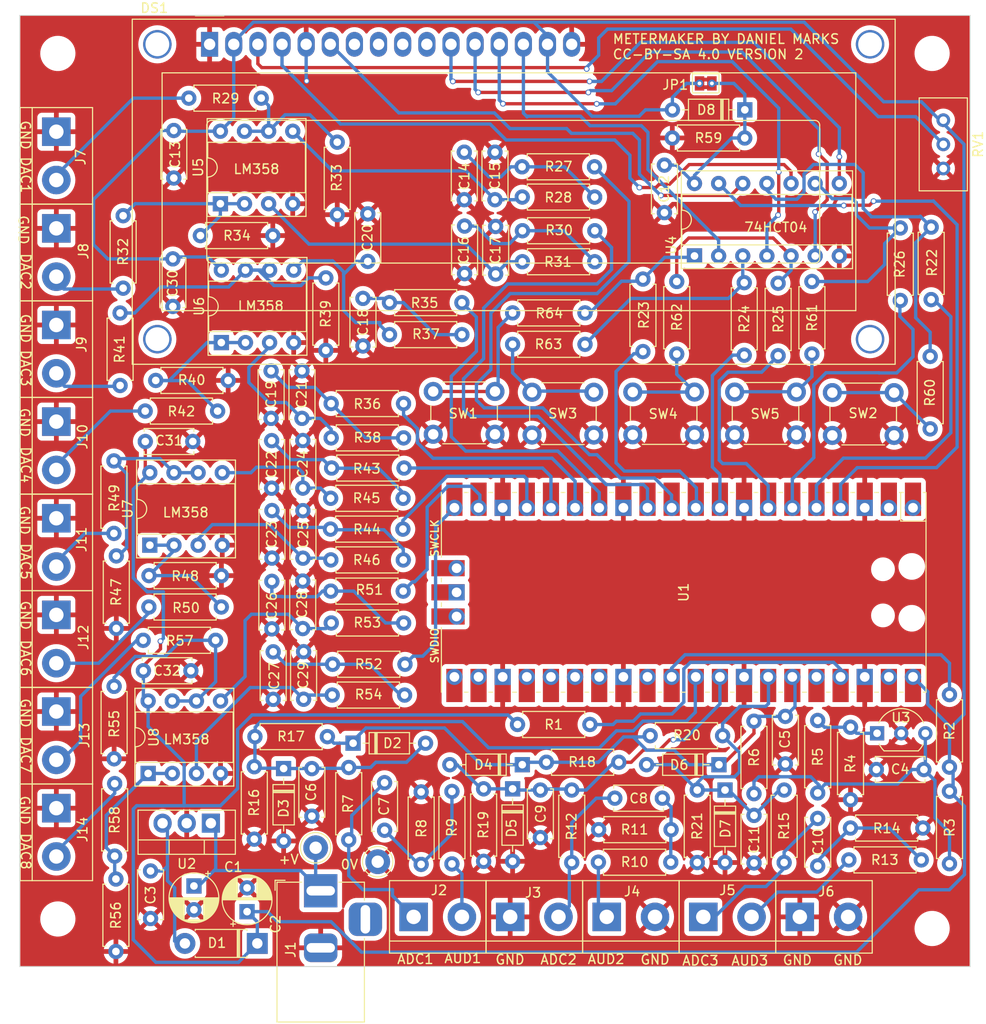
<source format=kicad_pcb>
(kicad_pcb (version 20221018) (generator pcbnew)
  (layers (0 "F.Cu" signal) (31 "B.Cu" signal) (34 "B.Paste" user) (35 "F.Paste" user) (36 "B.SilkS" user "B.Silkscreen") (37 "F.SilkS" user "F.Silkscreen") (38 "B.Mask" user) (39 "F.Mask" user) (44 "Edge.Cuts" user))
  (net 0 "")
  (net 3 "Net-(J15-Pin_1)")
  (net 4 "GND")
  (net 5 "+5V")
  (net 6 "Net-(D1-A)")
  (net 9 "Net-(U3-K)")
  (net 15 "Net-(U1-3V3_EN)")
  (net 16 "Net-(U1-RUN)")
  (net 17 "Net-(U3-REF)")
  (net 19 "ADCVREF")
  (net 20 "ADC0")
  (net 25 "Net-(C7-Pad1)")
  (net 26 "Net-(C8-Pad1)")
  (net 27 "ADC1")
  (net 28 "Net-(C10-Pad1)")
  (net 29 "ADC2")
  (net 30 "Net-(J2-Pin_1)")
  (net 31 "Net-(J5-Pin_1)")
  (net 32 "Net-(J2-Pin_2)")
  (net 33 "Net-(J5-Pin_2)")
  (net 34 "Net-(J4-Pin_1)")
  (net 35 "Net-(J3-Pin_2)")
  (net 41 "Net-(DS1-D7)")
  (net 42 "Net-(DS1-D6)")
  (net 43 "Net-(DS1-D5)")
  (net 44 "Net-(DS1-D4)")
  (net 45 "Net-(DS1-E)")
  (net 46 "Net-(DS1-RS)")
  (net 47 "RS")
  (net 48 "Net-(R22-Pad2)")
  (net 49 "D7")
  (net 50 "Net-(R23-Pad2)")
  (net 51 "D6")
  (net 52 "Net-(R24-Pad2)")
  (net 53 "D5")
  (net 54 "Net-(R25-Pad2)")
  (net 55 "D4")
  (net 56 "Net-(R26-Pad2)")
  (net 57 "ED")
  (net 58 "Net-(DS1-VO)")
  (net 59 "Net-(C14-Pad1)")
  (net 60 "Net-(U5A-+)")
  (net 61 "Net-(C16-Pad1)")
  (net 62 "Net-(U5B-+)")
  (net 63 "Net-(C18-Pad1)")
  (net 64 "Net-(C19-Pad1)")
  (net 65 "Net-(U6A-+)")
  (net 66 "Net-(U6B-+)")
  (net 67 "Net-(C22-Pad1)")
  (net 68 "Net-(C23-Pad1)")
  (net 69 "Net-(U7A-+)")
  (net 70 "Net-(U7B-+)")
  (net 71 "Net-(C26-Pad1)")
  (net 72 "Net-(C27-Pad1)")
  (net 73 "Net-(U8A-+)")
  (net 74 "Net-(U8B-+)")
  (net 75 "DAC1")
  (net 76 "Net-(U5A--)")
  (net 77 "DAC2")
  (net 78 "Net-(U5B--)")
  (net 79 "DAC3")
  (net 80 "DAC4")
  (net 81 "Net-(U6A--)")
  (net 82 "Net-(U6B--)")
  (net 83 "DAC5")
  (net 84 "DAC6")
  (net 85 "Net-(U7A--)")
  (net 86 "Net-(U7B--)")
  (net 87 "DAC7")
  (net 88 "DAC8")
  (net 89 "Net-(U8A--)")
  (net 90 "Net-(U8B--)")
  (net 91 "Net-(J14-Pin_2)")
  (net 92 "Net-(J7-Pin_2)")
  (net 93 "Net-(J8-Pin_2)")
  (net 94 "Net-(J9-Pin_2)")
  (net 95 "Net-(J10-Pin_2)")
  (net 96 "Net-(J11-Pin_2)")
  (net 97 "Net-(J12-Pin_2)")
  (net 98 "Net-(J13-Pin_2)")
  (net 99 "Net-(D8-K)")
  (net 100 "Net-(R60-Pad1)")
  (net 101 "Net-(R61-Pad1)")
  (net 102 "Net-(R62-Pad1)")
  (net 103 "Net-(R63-Pad1)")
  (net 104 "Net-(R64-Pad1)")
  (footprint "Diode_THT:D_DO-35_SOD27_P7.62mm_Horizontal" (layer "F.Cu") (at 77.76 129.18 -90)
    (fp_text reference "D3")
    (fp_text value "1N914")
  )
  (footprint "MountingHole:MountingHole_3.2mm_M3" (layer "F.Cu") (at 54 145)
    (fp_text reference "H4" hide)
    (fp_text value "MountingHole")
  )
  (footprint "Resistor_THT:R_Axial_DIN0207_L6.3mm_D2.5mm_P7.62mm_Horizontal" (layer "F.Cu") (at 130.429 139.065 90)
    (fp_text reference "R15")
    (fp_text value "22k")
  )
  (footprint "Resistor_THT:R_Axial_DIN0207_L6.3mm_D2.5mm_P7.62mm_Horizontal" (layer "F.Cu") (at 129.794 85.78 90)
    (fp_text reference "R25")
    (fp_text value "1k")
  )
  (footprint "Resistor_THT:R_Axial_DIN0207_L6.3mm_D2.5mm_P7.62mm_Horizontal" (layer "F.Cu") (at 145.9 79.88 90)
    (fp_text reference "R22")
    (fp_text value "1k")
  )
  (footprint "Capacitor_THT:C_Disc_D5.0mm_W2.5mm_P5.00mm" (layer "F.Cu") (at 66.2 62.1 -90)
    (fp_text reference "C13")
    (fp_text value "100 nF")
  )
  (footprint "Capacitor_THT:C_Disc_D5.0mm_W2.5mm_P5.00mm" (layer "F.Cu") (at 104.775 131.445 -90)
    (fp_text reference "C9")
    (fp_text value "100 pF")
  )
  (footprint "Capacitor_THT:C_Disc_D5.0mm_W2.5mm_P5.00mm" (layer "F.Cu") (at 66.1 75.6 -90)
    (fp_text reference "C30")
    (fp_text value "100 nF")
  )
  (footprint "TerminalBlock:TerminalBlock_bornier-2_P5.08mm" (layer "F.Cu") (at 132.08 144.78)
    (fp_text reference "J6")
    (fp_text value "Bornier")
  )
  (footprint "Resistor_THT:R_Axial_DIN0207_L6.3mm_D2.5mm_P7.62mm_Horizontal" (layer "F.Cu") (at 110.88 139.03)
    (fp_text reference "R10")
    (fp_text value "470k")
  )
  (footprint "TerminalBlock:TerminalBlock_bornier-2_P5.08mm" (layer "F.Cu") (at 53.84 133.35 -90)
    (fp_text reference "J14")
    (fp_text value "Bornier")
  )
  (footprint "Capacitor_THT:C_Disc_D5.0mm_W2.5mm_P5.00mm" (layer "F.Cu") (at 130.556 123.698 -90)
    (fp_text reference "C5")
    (fp_text value "100 nF")
  )
  (footprint "Resistor_THT:R_Axial_DIN0207_L6.3mm_D2.5mm_P7.62mm_Horizontal" (layer "F.Cu") (at 90.53 118.22 180)
    (fp_text reference "R52")
    (fp_text value "10k")
  )
  (footprint "Connector_Pin:Pin_D1.3mm_L11.0mm" (layer "F.Cu") (at 81.13 137.51)
    (fp_text reference "J15" hide)
    (fp_text value "Hole")
  )
  (footprint "MountingHole:MountingHole_3.2mm_M3" (layer "F.Cu") (at 146 54)
    (fp_text reference "H1" hide)
    (fp_text value "MountingHole")
  )
  (footprint "Connector_BarrelJack:BarrelJack_Horizontal" (layer "F.Cu") (at 81.66 142.034 90)
    (fp_text reference "J1")
    (fp_text value "Barrel_Jack_Switch")
  )
  (footprint "Diode_THT:D_DO-35_SOD27_P7.62mm_Horizontal" (layer "F.Cu") (at 123.571 128.778 180)
    (fp_text reference "D6")
    (fp_text value "1N914")
  )
  (footprint "Resistor_THT:R_Axial_DIN0207_L6.3mm_D2.5mm_P7.62mm_Horizontal" (layer "F.Cu") (at 63.59 108.9)
    (fp_text reference "R48")
    (fp_text value "1k")
  )
  (footprint "Connector_Pin:Pin_D1.3mm_L11.0mm" (layer "F.Cu") (at 87.66 138.98)
    (fp_text reference "J16" hide)
    (fp_text value "Hole")
  )
  (footprint "Capacitor_THT:C_Disc_D5.0mm_W2.5mm_P5.00mm" (layer "F.Cu") (at 127.26 134.11 -90)
    (fp_text reference "C11")
    (fp_text value "100 pF")
  )
  (footprint "Button_Switch_THT:SW_PUSH_6mm" (layer "F.Cu") (at 100 94.04 180)
    (fp_text reference "SW1")
    (fp_text value "SW_Push")
  )
  (footprint "Resistor_THT:R_Axial_DIN0207_L6.3mm_D2.5mm_P7.62mm_Horizontal" (layer "F.Cu") (at 110.47 65.92 180)
    (fp_text reference "R27")
    (fp_text value "10k")
  )
  (footprint "Resistor_THT:R_Axial_DIN0207_L6.3mm_D2.5mm_P7.62mm_Horizontal" (layer "F.Cu") (at 84.61 136.69 90)
    (fp_text reference "R7")
    (fp_text value "22k")
  )
  (footprint "Resistor_THT:R_Axial_DIN0207_L6.3mm_D2.5mm_P7.62mm_Horizontal" (layer "F.Cu") (at 113.03 128.524 180)
    (fp_text reference "R18")
    (fp_text value "1M")
  )
  (footprint "Capacitor_THT:C_Disc_D5.0mm_W2.5mm_P5.00mm" (layer "F.Cu") (at 88.38 135.67 90)
    (fp_text reference "C7")
    (fp_text value "100 nF")
  )
  (footprint "Capacitor_THT:C_Disc_D5.0mm_W2.5mm_P5.00mm" (layer "F.Cu") (at 63.754 139.954 -90)
    (fp_text reference "C3")
    (fp_text value "100 nF")
  )
  (footprint "Resistor_THT:R_Axial_DIN0207_L6.3mm_D2.5mm_P7.62mm_Horizontal" (layer "F.Cu") (at 126.23 85.72 90)
    (fp_text reference "R24")
    (fp_text value "1k")
  )
  (footprint "Resistor_THT:R_Axial_DIN0207_L6.3mm_D2.5mm_P7.62mm_Horizontal" (layer "F.Cu") (at 90.39 113.88 180)
    (fp_text reference "R53")
    (fp_text value "10k")
  )
  (footprint "Resistor_THT:R_Axial_DIN0207_L6.3mm_D2.5mm_P7.62mm_Horizontal" (layer "F.Cu") (at 127.254 131.826 90)
    (fp_text reference "R6")
    (fp_text value "10R")
  )
  (footprint "TerminalBlock:TerminalBlock_bornier-2_P5.08mm" (layer "F.Cu") (at 91.44 144.78)
    (fp_text reference "J2")
    (fp_text value "Bornier")
  )
  (footprint "TerminalBlock:TerminalBlock_bornier-2_P5.08mm" (layer "F.Cu") (at 53.84 82.55 -90)
    (fp_text reference "J9")
    (fp_text value "Bornier")
  )
  (footprint "Resistor_THT:R_Axial_DIN0207_L6.3mm_D2.5mm_P7.62mm_Horizontal" (layer "F.Cu") (at 96.52 83.566 180)
    (fp_text reference "R37")
    (fp_text value "10k")
  )
  (footprint "Resistor_THT:R_Axial_DIN0207_L6.3mm_D2.5mm_P7.62mm_Horizontal" (layer "F.Cu") (at 133.96 131.75 90)
    (fp_text reference "R5")
    (fp_text value "2k2")
  )
  (footprint "Package_TO_SOT_THT:TO-92_Inline_Wide" (layer "F.Cu") (at 140.208 125.476)
    (fp_text reference "U3")
    (fp_text value "TL431LP")
  )
  (footprint "Package_TO_SOT_THT:TO-220-3_Vertical" (layer "F.Cu") (at 70.1 134.93 180)
    (fp_text reference "U2")
    (fp_text value "LM7805_TO220")
  )
  (footprint "Resistor_THT:R_Axial_DIN0207_L6.3mm_D2.5mm_P7.62mm_Horizontal" (layer "F.Cu") (at 71.2 112.2 180)
    (fp_text reference "R50")
    (fp_text value "1k")
  )
  (footprint "Capacitor_THT:C_Disc_D5.0mm_W2.5mm_P5.00mm" (layer "F.Cu") (at 145.1356 129.286 180)
    (fp_text reference "C4")
    (fp_text value "10 nF")
  )
  (footprint "TerminalBlock:TerminalBlock_bornier-2_P5.08mm" (layer "F.Cu") (at 121.92 144.78)
    (fp_text reference "J5")
    (fp_text value "Bornier")
  )
  (footprint "Resistor_THT:R_Axial_DIN0207_L6.3mm_D2.5mm_P7.62mm_Horizontal" (layer "F.Cu") (at 90.38 90.81 180)
    (fp_text reference "R36")
    (fp_text value "10k")
  )
  (footprint "Diode_THT:D_DO-35_SOD27_P7.62mm_Horizontal" (layer "F.Cu") (at 85.07 126.52)
    (fp_text reference "D2")
    (fp_text value "1N914")
  )
  (footprint "Resistor_THT:R_Axial_DIN0207_L6.3mm_D2.5mm_P7.62mm_Horizontal" (layer "F.Cu") (at 98.806 138.938 90)
    (fp_text reference "R19")
    (fp_text value "1M")
  )
  (footprint "Capacitor_THT:C_Disc_D5.0mm_W2.5mm_P5.00mm" (layer "F.Cu") (at 76.66 116.91 -90)
    (fp_text reference "C27")
    (fp_text value "100 nF")
  )
  (footprint "Resistor_THT:R_Axial_DIN0207_L6.3mm_D2.5mm_P7.62mm_Horizontal" (layer "F.Cu") (at 83.4 63.33 -90)
    (fp_text reference "R33")
    (fp_text value "1k")
  )
  (footprint "Resistor_THT:R_Axial_DIN0207_L6.3mm_D2.5mm_P7.62mm_Horizontal" (layer "F.Cu") (at 101.854 84.582)
    (fp_text reference "R63")
    (fp_text value "10k")
  )
  (footprint "Resistor_THT:R_Axial_DIN0207_L6.3mm_D2.5mm_P7.62mm_Horizontal" (layer "F.Cu") (at 82.2 77.6 -90)
    (fp_text reference "R39")
    (fp_text value "1k")
  )
  (footprint "Display:WC1602A" (layer "F.Cu") (at 69.97 53.04)
    (fp_text reference "DS1")
    (fp_text value "WC1602A")
  )
  (footprint "Package_DIP:DIP-8_W7.62mm_Socket" (layer "F.Cu") (at 71.2 84.4 90)
    (fp_text reference "U6")
    (fp_text value "LM358")
  )
  (footprint "Resistor_THT:R_Axial_DIN0207_L6.3mm_D2.5mm_P7.62mm_Horizontal" (layer "F.Cu") (at 60.87 71.06 -90)
    (fp_text reference "R32")
    (fp_text value "1k")
  )
  (footprint "Capacitor_THT:C_Disc_D5.0mm_W2.5mm_P5.00mm" (layer "F.Cu") (at 80.73 129.19 -90)
    (fp_text reference "C6")
    (fp_text value "100 pF")
  )
  (footprint "Package_DIP:DIP-8_W7.62mm_Socket" (layer "F.Cu") (at 71.1 69.8 90)
    (fp_text reference "U5")
    (fp_text value "LM358")
  )
  (footprint "Capacitor_THT:C_Disc_D5.0mm_W2.5mm_P5.00mm" (layer "F.Cu") (at 100 69.38 90)
    (fp_text reference "C15")
    (fp_text value "100 nF")
  )
  (footprint "Resistor_THT:R_Axial_DIN0207_L6.3mm_D2.5mm_P7.62mm_Horizontal" (layer "F.Cu") (at 74.74 125.83)
    (fp_text reference "R17")
    (fp_text value "1M")
  )
  (footprint "Resistor_THT:R_Axial_DIN0207_L6.3mm_D2.5mm_P7.62mm_Horizontal" (layer "F.Cu") (at 147.828 129.032 90)
    (fp_text reference "R2")
    (fp_text value "10k")
  )
  (footprint "TerminalBlock:TerminalBlock_bornier-2_P5.08mm" (layer "F.Cu") (at 53.84 92.71 -90)
    (fp_text reference "J10")
    (fp_text value "Bornier")
  )
  (footprint "Resistor_THT:R_Axial_DIN0207_L6.3mm_D2.5mm_P7.62mm_Horizontal" (layer "F.Cu") (at 137.24 138.79)
    (fp_text reference "R13")
    (fp_text value "470k")
  )
  (footprint "TerminalBlock:TerminalBlock_bornier-2_P5.08mm" (layer "F.Cu") (at 53.84 102.87 -90)
    (fp_text reference "J11")
    (fp_text value "Bornier")
  )
  (footprint "Resistor_THT:R_Axial_DIN0207_L6.3mm_D2.5mm_P7.62mm_Horizontal" (layer "F.Cu") (at 90.43 97.59 180)
    (fp_text reference "R43")
    (fp_text value "10k")
  )
  (footprint "Resistor_THT:R_Axial_DIN0207_L6.3mm_D2.5mm_P7.62mm_Horizontal" (layer "F.Cu") (at 108.077 139.065 90)
    (fp_text reference "R12")
    (fp_text value "22k")
  )
  (footprint "Resistor_THT:R_Axial_DIN0207_L6.3mm_D2.5mm_P7.62mm_Horizontal" (layer "F.Cu") (at 96.52 80.2 180)
    (fp_text reference "R35")
    (fp_text value "10k")
  )
  (footprint "Package_DIP:DIP-14_W7.62mm_Socket" (layer "F.Cu") (at 120.995 75.29 90)
    (fp_text reference "U4")
    (fp_text value "74HCT04")
  )
  (footprint "Resistor_THT:R_Axial_DIN0207_L6.3mm_D2.5mm_P7.62mm_Horizontal" (layer "F.Cu") (at 137.414 124.841 -90)
    (fp_text reference "R4")
    (fp_text value "10k")
  )
  (footprint "Resistor_THT:R_Axial_DIN0207_L6.3mm_D2.5mm_P7.62mm_Horizontal" (layer "F.Cu") (at 110.5 75.9 180)
    (fp_text reference "R31")
    (fp_text value "10k")
  )
  (footprint "MountingHole:MountingHole_3.2mm_M3" (layer "F.Cu") (at 54 54)
    (fp_text reference "H3" hide)
    (fp_text value "MountingHole")
  )
  (footprint "Resistor_THT:R_Axial_DIN0207_L6.3mm_D2.5mm_P7.62mm_Horizontal" (layer "F.Cu") (at 60.55 81.29 -90)
    (fp_text reference "R41")
    (fp_text value "1k")
  )
  (footprint "Potentiometer_THT:Potentiometer_Bourns_3296W_Vertical" (layer "F.Cu") (at 147.18 66.1 -90)
    (fp_text reference "RV1")
    (fp_text value "2k")
  )
  (footprint "Resistor_THT:R_Axial_DIN0207_L6.3mm_D2.5mm_P7.62mm_Horizontal" (layer "F.Cu") (at 90.34 110.53 180)
    (fp_text reference "R51")
    (fp_text value "10k")
  )
  (footprint "TerminalBlock:TerminalBlock_bornier-2_P5.08mm" (layer "F.Cu") (at 53.84 62.23 -90)
    (fp_text reference "J7")
    (fp_text value "Bornier")
  )
  (footprint "Resistor_THT:R_Axial_DIN0207_L6.3mm_D2.5mm_P7.62mm_Horizontal" (layer "F.Cu") (at 60.15 106.83 -90)
    (fp_text reference "R47")
    (fp_text value "1k")
  )
  (footprint "Resistor_THT:R_Axial_DIN0207_L6.3mm_D2.5mm_P7.62mm_Horizontal" (layer "F.Cu") (at 145.796 93.472 90)
    (fp_text reference "R60")
    (fp_text value "10k")
  )
  (footprint "Resistor_THT:R_Axial_DIN0207_L6.3mm_D2.5mm_P7.62mm_Horizontal" (layer "F.Cu") (at 64.3 88.38)
    (fp_text reference "R40")
    (fp_text value "1k")
  )
  (footprint "Package_DIP:DIP-8_W7.62mm_Socket" (layer "F.Cu") (at 63.68 105.7 90)
    (fp_text reference "U7")
    (fp_text value "LM358")
  )
  (footprint "TerminalBlock:TerminalBlock_bornier-2_P5.08mm" (layer "F.Cu") (at 101.6 144.78)
    (fp_text reference "J3")
    (fp_text value "Bornier")
  )
  (footprint "MCU_RaspberryPi_and_Boards:RPi_Pico_SMD_TH" (layer "F.Cu") (at 119.86 110.66 -90)
    (fp_text reference "U1")
    (fp_text value "Pico")
  )
  (footprint "Resistor_THT:R_Axial_DIN0207_L6.3mm_D2.5mm_P7.62mm_Horizontal" (layer "F.Cu") (at 90.33 100.77 180)
    (fp_text reference "R45")
    (fp_text value "10k")
  )
  (footprint "Resistor_THT:R_Axial_DIN0207_L6.3mm_D2.5mm_P7.62mm_Horizontal" (layer "F.Cu") (at 74.67 136.61 90)
    (fp_text reference "R16")
    (fp_text value "1M")
  )
  (footprint "TerminalBlock:TerminalBlock_bornier-2_P5.08mm" (layer "F.Cu") (at 111.76 144.78)
    (fp_text reference "J4")
    (fp_text value "Bornier")
  )
  (footprint "Resistor_THT:R_Axial_DIN0207_L6.3mm_D2.5mm_P7.62mm_Horizontal" (layer "F.Cu") (at 59.92 120.54 -90)
    (fp_text reference "R55")
    (fp_text value "1k")
  )
  (footprint "Diode_THT:D_DO-35_SOD27_P7.62mm_Horizontal" (layer "F.Cu") (at 124.206 131.445 -90)
    (fp_text reference "D7")
    (fp_text value "1N914")
  )
  (footprint "Diode_THT:D_DO-35_SOD27_P7.62mm_Horizontal" (layer "F.Cu") (at 126.29 59.93 180)
    (fp_text reference "D8")
    (fp_text value "1N914")
  )
  (footprint "Resistor_THT:R_Axial_DIN0207_L6.3mm_D2.5mm_P7.62mm_Horizontal" (layer "F.Cu") (at 121.285 139.065 90)
    (fp_text reference "R21")
    (fp_text value "1M")
  )
  (footprint "Resistor_THT:R_Axial_DIN0207_L6.3mm_D2.5mm_P7.62mm_Horizontal" (layer "F.Cu") (at 110.91 135.61)
    (fp_text reference "R11")
    (fp_text value "10k")
  )
  (footprint "TerminalBlock:TerminalBlock_bornier-2_P5.08mm" (layer "F.Cu") (at 53.84 123.19 -90)
    (fp_text reference "J13")
    (fp_text value "Bornier")
  )
  (footprint "Jumper:SolderJumper-2_P1.3mm_Bridged2Bar_Pad1.0x1.5mm" (layer "F.Cu") (at 122.174 57.15)
    (fp_text reference "JP1")
    (fp_text value "Bridged")
  )
  (footprint "Capacitor_THT:C_Disc_D5.0mm_W2.5mm_P5.00mm" (layer "F.Cu") (at 86.106 79.756 -90)
    (fp_text reference "C18")
    (fp_text value "100 nF")
  )
  (footprint "Resistor_THT:R_Axial_DIN0207_L6.3mm_D2.5mm_P7.62mm_Horizontal" (layer "F.Cu") (at 102.37 124.55)
    (fp_text reference "R1")
    (fp_text value "10k")
  )
  (footprint "Capacitor_THT:CP_Radial_D5.0mm_P2.50mm" (layer "F.Cu") (at 68.32 141.53 -90)
    (fp_text reference "C1")
    (fp_text value "100 uF")
  )
  (footprint "Resistor_THT:R_Axial_DIN0207_L6.3mm_D2.5mm_P7.62mm_Horizontal" (layer "F.Cu") (at 126.28 62.89 180)
    (fp_text reference "R59")
    (fp_text value "10k")
  )
  (footprint "Capacitor_THT:C_Disc_D5.0mm_W2.5mm_P5.00mm" (layer "F.Cu") (at 79.86 121.9 90)
    (fp_text reference "C29")
    (fp_text value "100 nF")
  )
  (footprint "Resistor_THT:R_Axial_DIN0207_L6.3mm_D2.5mm_P7.62mm_Horizontal" (layer "F.Cu") (at 90.49 121.46 180)
    (fp_text reference "R54")
    (fp_text value "10k")
  )
  (footprint "Capacitor_THT:C_Disc_D5.0mm_W2.5mm_P5.00mm" (layer "F.Cu") (at 96.77 64.38 -90)
    (fp_text reference "C14")
    (fp_text value "100 nF")
  )
  (footprint "Resistor_THT:R_Axial_DIN0207_L6.3mm_D2.5mm_P7.62mm_Horizontal" (layer "F.Cu") (at 110.49 69.1 180)
    (fp_text reference "R28")
    (fp_text value "10k")
  )
  (footprint "Capacitor_THT:C_Disc_D5.0mm_W2.5mm_P5.00mm" (layer "F.Cu") (at 76.53 102.06 -90)
    (fp_text reference "C23")
    (fp_text value "100 nF")
  )
  (footprint "Capacitor_THT:CP_Radial_D5.0mm_P2.50mm" (layer "F.Cu") (at 73.914 144.23 90)
    (fp_text reference "C2")
    (fp_text value "100 uF")
  )
  (footprint "Capacitor_THT:C_Disc_D5.0mm_W2.5mm_P5.00mm" (layer "F.Cu") (at 86.614 75.866 90)
    (fp_text reference "C20")
    (fp_text value "100 nF")
  )
  (footprint "Resistor_THT:R_Axial_DIN0207_L6.3mm_D2.5mm_P7.62mm_Horizontal" (layer "F.Cu") (at 119.126 85.598 90)
    (fp_text reference "R62")
    (fp_text value "10k")
  )
  (footprint "Capacitor_THT:C_Disc_D5.0mm_W2.5mm_P5.00mm" (layer "F.Cu") (at 76.5 94.71 -90)
    (fp_text reference "C22")
    (fp_text value "100 nF")
  )
  (footprint "Capacitor_THT:C_Disc_D5.0mm_W2.5mm_P5.00mm" (layer "F.Cu") (at 76.44 87.37 -90)
    (fp_text reference "C19")
    (fp_text value "100 nF")
  )
  (footprint "Diode_THT:D_DO-41_SOD81_P7.62mm_Horizontal" (layer "F.Cu") (at 74.99 147.57 180)
    (fp_text reference "D1")
    (fp_text value "1N5819")
  )
  (footprint "TerminalBlock:TerminalBlock_bornier-2_P5.08mm" (layer "F.Cu") (at 53.84 72.39 -90)
    (fp_text reference "J8")
    (fp_text value "Bornier")
  )
  (footprint "Capacitor_THT:C_Disc_D5.0mm_W2.5mm_P5.00mm" (layer "F.Cu") (at 79.77 114.47 90)
    (fp_text reference "C28")
    (fp_text value "100 nF")
  )
  (footprint "Resistor_THT:R_Axial_DIN0207_L6.3mm_D2.5mm_P7.62mm_Horizontal" (layer "F.Cu") (at 101.854 81.28)
    (fp_text reference "R64")
    (fp_text value "10k")
  )
  (footprint "Resistor_THT:R_Axial_DIN0207_L6.3mm_D2.5mm_P7.62mm_Horizontal" (layer "F.Cu") (at 69 73.15)
    (fp_text reference "R34")
    (fp_text value "1k")
  )
  (footprint "Resistor_THT:R_Axial_DIN0207_L6.3mm_D2.5mm_P7.62mm_Horizontal" (layer "F.Cu") (at 147.828 131.572 -90)
    (fp_text reference "R3")
    (fp_text value "100R")
  )
  (footprint "Capacitor_THT:C_Disc_D5.0mm_W2.5mm_P5.00mm" (layer "F.Cu") (at 79.69 92.37 90)
    (fp_text reference "C21")
    (fp_text value "100 nF")
  )
  (footprint "Capacitor_THT:C_Disc_D5.0mm_W2.5mm_P5.00mm" (layer "F.Cu") (at 117.83 65.74 -90)
    (fp_text reference "C12")
    (fp_text value "100 nF")
  )
  (footprint "Capacitor_THT:C_Disc_D5.0mm_W2.5mm_P5.00mm" (layer "F.Cu") (at 133.96 139.43 90)
    (fp_text reference "C10")
    (fp_text value "100 nF")
  )
  (footprint "Button_Switch_THT:SW_PUSH_6mm" (layer "F.Cu") (at 131.72 94.1 180)
    (fp_text reference "SW5")
    (fp_text value "SW_Push")
  )
  (footprint "Resistor_THT:R_Axial_DIN0207_L6.3mm_D2.5mm_P7.62mm_Horizontal" (layer "F.Cu") (at 142.65 79.97 90)
    (fp_text reference "R26")
    (fp_text value "1k")
  )
  (footprint "Resistor_THT:R_Axial_DIN0207_L6.3mm_D2.5mm_P7.62mm_Horizontal" (layer "F.Cu") (at 123.952 125.73 180)
    (fp_text reference "R20")
    (fp_text value "1M")
  )
  (footprint "Resistor_THT:R_Axial_DIN0207_L6.3mm_D2.5mm_P7.62mm_Horizontal" (layer "F.Cu") (at 110.51 72.64 180)
    (fp_text reference "R30")
    (fp_text value "10k")
  )
  (footprint "Package_DIP:DIP-8_W7.62mm_Socket" (layer "F.Cu") (at 63.5 129.7 90)
    (fp_text reference "U8")
    (fp_text value "LM358")
  )
  (footprint "Resistor_THT:R_Axial_DIN0207_L6.3mm_D2.5mm_P7.62mm_Horizontal" (layer "F.Cu") (at 90.38 94.42 180)
    (fp_text reference "R38")
    (fp_text value "10k")
  )
  (footprint "Capacitor_THT:C_Disc_D5.0mm_W2.5mm_P5.00mm" (layer "F.Cu") (at 63 118.9)
    (fp_text reference "C32")
    (fp_text value "100 nF")
  )
  (footprint "Capacitor_THT:C_Disc_D5.0mm_W2.5mm_P5.00mm" (layer "F.Cu") (at 96.8 72.15 -90)
    (fp_text reference "C16")
    (fp_text value "100 nF")
  )
  (footprint "Resistor_THT:R_Axial_DIN0207_L6.3mm_D2.5mm_P7.62mm_Horizontal" (layer "F.Cu") (at 60.11 140.8 -90)
    (fp_text reference "R56")
    (fp_text value "1k")
  )
  (footprint "Resistor_THT:R_Axial_DIN0207_L6.3mm_D2.5mm_P7.62mm_Horizontal" (layer "F.Cu") (at 90.35 107.25 180)
    (fp_text reference "R46")
    (fp_text value "10k")
  )
  (footprint "Resistor_THT:R_Axial_DIN0207_L6.3mm_D2.5mm_P7.62mm_Horizontal" (layer "F.Cu") (at 115.57 85.344 90)
    (fp_text reference "R23")
    (fp_text value "1k")
  )
  (footprint "Resistor_THT:R_Axial_DIN0207_L6.3mm_D2.5mm_P7.62mm_Horizontal" (layer "F.Cu") (at 59.98 138.39 90)
    (fp_text reference "R58")
    (fp_text value "1k")
  )
  (footprint "Capacitor_THT:C_Disc_D5.0mm_W2.5mm_P5.00mm" (layer "F.Cu") (at 76.52 109.5 -90)
    (fp_text reference "C26")
    (fp_text value "100 nF")
  )
  (footprint "Capacitor_THT:C_Disc_D5.0mm_W2.5mm_P5.00mm" (layer "F.Cu") (at 79.79 107.07 90)
    (fp_text reference "C25")
    (fp_text value "100 nF")
  )
  (footprint "Capacitor_THT:C_Disc_D5.0mm_W2.5mm_P5.00mm" (layer "F.Cu") (at 63.2 94.8)
    (fp_text reference "C31")
    (fp_text value "100 nF")
  )
  (footprint "Resistor_THT:R_Axial_DIN0207_L6.3mm_D2.5mm_P7.62mm_Horizontal" (layer "F.Cu") (at 70.6 115.7 180)
    (fp_text reference "R57")
    (fp_text value "1k")
  )
  (footprint "Button_Switch_THT:SW_PUSH_6mm" (layer "F.Cu") (at 121 94.1 180)
    (fp_text reference "SW4")
    (fp_text value "SW_Push")
  )
  (footprint "Resistor_THT:R_Axial_DIN0207_L6.3mm_D2.5mm_P7.62mm_Horizontal" (layer "F.Cu") (at 75.4 58.7 180)
    (fp_text reference "R29")
    (fp_text value "1k")
  )
  (footprint "Diode_THT:D_DO-35_SOD27_P7.62mm_Horizontal" (layer "F.Cu") (at 101.854 131.318 -90)
    (fp_text reference "D5")
    (fp_text value "1N914")
  )
  (footprint "Resistor_THT:R_Axial_DIN0207_L6.3mm_D2.5mm_P7.62mm_Horizontal" (layer "F.Cu") (at 59.9 96.84 -90)
    (fp_text reference "R49")
    (fp_text value "1k")
  )
  (footprint "Resistor_THT:R_Axial_DIN0207_L6.3mm_D2.5mm_P7.62mm_Horizontal" (layer "F.Cu") (at 95.47 139.21 90)
    (fp_text reference "R9")
    (fp_text value "470k")
  )
  (footprint "Resistor_THT:R_Axial_DIN0207_L6.3mm_D2.5mm_P7.62mm_Horizontal" (layer "F.Cu") (at 70.81 91.6 180)
    (fp_text reference "R42")
    (fp_text value "1k")
  )
  (footprint "Button_Switch_THT:SW_PUSH_6mm" (layer "F.Cu") (at 142 94.16 180)
    (fp_text reference "SW2")
    (fp_text value "SW_Push")
  )
  (footprint "Button_Switch_THT:SW_PUSH_6mm" (layer "F.Cu") (at 110.4 94.12 180)
    (fp_text reference "SW3")
    (fp_text value "SW_Push")
  )
  (footprint "TerminalBlock:TerminalBlock_bornier-2_P5.08mm" (layer "F.Cu") (at 53.84 113.03 -90)
    (fp_text reference "J12")
    (fp_text value "Bornier")
  )
  (footprint "Resistor_THT:R_Axial_DIN0207_L6.3mm_D2.5mm_P7.62mm_Horizontal" (layer "F.Cu") (at 145.03 135.44 180)
    (fp_text reference "R14")
    (fp_text value "10k")
  )
  (footprint "Capacitor_THT:C_Disc_D5.0mm_W2.5mm_P5.00mm" (layer "F.Cu") (at 100.07 77.19 90)
    (fp_text reference "C17")
    (fp_text value "100 nF")
  )
  (footprint "Capacitor_THT:C_Disc_D5.0mm_W2.5mm_P5.00mm" (layer "F.Cu") (at 117.61 132.3 180)
    (fp_text reference "C8")
    (fp_text value "100 nF")
  )
  (footprint "Capacitor_THT:C_Disc_D5.0mm_W2.5mm_P5.00mm" (layer "F.Cu") (at 79.78 99.7 90)
    (fp_text reference "C24")
    (fp_text value "100 nF")
  )
  (footprint "MountingHole:MountingHole_3.2mm_M3" (layer "F.Cu") (at 146 146)
    (fp_text reference "H2" hide)
    (fp_text value "MountingHole")
  )
  (footprint "Diode_THT:D_DO-35_SOD27_P7.62mm_Horizontal" (layer "F.Cu") (at 102.87 128.778 180)
    (fp_text reference "D4")
    (fp_text value "1N914")
  )
  (footprint "Resistor_THT:R_Axial_DIN0207_L6.3mm_D2.5mm_P7.62mm_Horizontal" (layer "F.Cu") (at 133.35 85.598 90)
    (fp_text reference "R61")
    (fp_text value "10k")
  )
  (footprint "Resistor_THT:R_Axial_DIN0207_L6.3mm_D2.5mm_P7.62mm_Horizontal" (layer "F.Cu") (at 90.31 104.01 180)
    (fp_text reference "R44")
    (fp_text value "10k")
  )
  (footprint "Resistor_THT:R_Axial_DIN0207_L6.3mm_D2.5mm_P7.62mm_Horizontal" (layer "F.Cu") (at 92.23 131.64 -90)
    (fp_text reference "R8")
    (fp_text value "10k")
  )
  (gr_line (start 50 150) (end 50 50) (stroke (width 0.1)) (layer "Edge.Cuts"))
  (gr_line (start 150 150) (end 50 150) (stroke (width 0.1)) (layer "Edge.Cuts"))
  (gr_line (start 50 50) (end 150 50) (stroke (width 0.1)) (layer "Edge.Cuts"))
  (gr_line (start 150 50) (end 150 150) (stroke (width 0.1)) (layer "Edge.Cuts"))
  (gr_text "ADC3" (at 119.62 149.96) (layer "F.SilkS") (effects (font (size 1 1)) (justify left bottom)))
  (gr_text "AUD2" (at 109.67 149.81) (layer "F.SilkS") (effects (font (size 1 1)) (justify left bottom)))
  (gr_text "LM358" (at 72.85 81.15) (layer "F.SilkS") (effects (font (size 1 1)) (justify left bottom)))
  (gr_text "DAC6" (at 50.03 115.57 270) (layer "F.SilkS") (effects (font (size 1 1)) (justify left bottom)))
  (gr_text "+V" (at 77.15 139.33) (layer "F.SilkS") (effects (font (size 1 1)) (justify left bottom)))
  (gr_text "GND" (at 130.2 149.91) (layer "F.SilkS") (effects (font (size 1 1)) (justify left bottom)))
  (gr_text "AUD3" (at 124.79 149.96) (layer "F.SilkS") (effects (font (size 1 1)) (justify left bottom)))
  (gr_text "DAC7" (at 50.03 125.73 270) (layer "F.SilkS") (effects (font (size 1 1)) (justify left bottom)))
  (gr_text "DAC4" (at 50.03 95.25 270) (layer "F.SilkS") (effects (font (size 1 1)) (justify left bottom)))
  (gr_text "GND" (at 50.02 81.29 -90) (layer "F.SilkS") (effects (font (size 1 1)) (justify left bottom)))
  (gr_text "GND" (at 50 60.96 -90) (layer "F.SilkS") (effects (font (size 1 1)) (justify left bottom)))
  (gr_text "AUD1" (at 94.59 149.71) (layer "F.SilkS") (effects (font (size 1 1)) (justify left bottom)))
  (gr_text "ADC2" (at 104.69 149.86) (layer "F.SilkS") (effects (font (size 1 1)) (justify left bottom)))
  (gr_text "GND" (at 99.96 149.86) (layer "F.SilkS") (effects (font (size 1 1)) (justify left bottom)))
  (gr_text "GND" (at 49.79 70.93 -90) (layer "F.SilkS") (effects (font (size 1 1)) (justify left bottom)))
  (gr_text "DAC1" (at 50.03 64.77 270) (layer "F.SilkS") (effects (font (size 1 1)) (justify left bottom)))
  (gr_text "GND" (at 49.93 131.95 -90) (layer "F.SilkS") (effects (font (size 1 1)) (justify left bottom)))
  (gr_text "DAC5" (at 50.03 105.41 270) (layer "F.SilkS") (effects (font (size 1 1)) (justify left bottom)))
  (gr_text "GND" (at 115.22 149.86) (layer "F.SilkS") (effects (font (size 1 1)) (justify left bottom)))
  (gr_text "ADC1" (at 89.62 149.81) (layer "F.SilkS") (effects (font (size 1 1)) (justify left bottom)))
  (gr_text "LM358" (at 65.05 126.7) (layer "F.SilkS") (effects (font (size 1 1)) (justify left bottom)))
  (gr_text "DAC8" (at 50.03 135.89 -90) (layer "F.SilkS") (effects (font (size 1 1)) (justify left bottom)))
  (gr_text "LM358" (at 64.95 102.85) (layer "F.SilkS") (effects (font (size 1 1)) (justify left bottom)))
  (gr_text "LM358" (at 72.4 66.75) (layer "F.SilkS") (effects (font (size 1 1)) (justify left bottom)))
  (gr_text "GND" (at 49.92 101.46 -90) (layer "F.SilkS") (effects (font (size 1 1)) (justify left bottom)))
  (gr_text "GND" (at 49.93 91.18 -90) (layer "F.SilkS") (effects (font (size 1 1)) (justify left bottom)))
  (gr_text "GND" (at 50.01 111.45 -90) (layer "F.SilkS") (effects (font (size 1 1)) (justify left bottom)))
  (gr_text "GND" (at 135.51 149.91) (layer "F.SilkS") (effects (font (size 1 1)) (justify left bottom)))
  (gr_text "GND" (at 50 121.72 -90) (layer "F.SilkS") (effects (font (size 1 1)) (justify left bottom)))
  (gr_text "DAC3" (at 50.03 85.09 270) (layer "F.SilkS") (effects (font (size 1 1)) (justify left bottom)))
  (gr_text "METERMAKER BY DANIEL MARKS\nCC-BY-SA 4.0 VERSION 2" (at 112.31 54.68) (layer "F.SilkS") (effects (font (size 1 1)) (justify left bottom)))
  (gr_text "0V" (at 83.68 139.86) (layer "F.SilkS") (effects (font (size 1 1)) (justify left bottom)))
  (gr_text "74HCT04" (at 126.15 72.87) (layer "F.SilkS") (effects (font (size 1 1)) (justify left bottom)))
  (gr_text "DAC2" (at 50.03 74.93 270) (layer "F.SilkS") (effects (font (size 1 1)) (justify left bottom)))
  (segment (start 81.13 137.51) (end 81.13 141.504) (width 0.35) (layer "B.Cu") (net 3))
  (segment (start 79.537 139.911) (end 81.66 142.034) (width 0.35) (layer "B.Cu") (net 3))
  (segment (start 70.612 135.442) (end 70.612 139.74) (width 0.35) (layer "B.Cu") (net 3))
  (segment (start 70.441 139.911) (end 79.537 139.911) (width 0.35) (layer "B.Cu") (net 3))
  (segment (start 70.1 134.93) (end 70.612 135.442) (width 0.35) (layer "B.Cu") (net 3))
  (segment (start 81.13 141.504) (end 81.66 142.034) (width 0.35) (layer "B.Cu") (net 3))
  (segment (start 70.612 139.74) (end 70.441 139.911) (width 0.35) (layer "B.Cu") (net 3))
  (segment (start 68.822 141.53) (end 68.32 141.53) (width 0.35) (layer "B.Cu") (net 3))
  (segment (start 70.441 139.911) (end 68.822 141.53) (width 0.35) (layer "B.Cu") (net 3))
  (via (at 80.18 56.9) (size 0.6) (drill 0.4) (layers "F.Cu" "B.Cu") (net 4))
  (segment (start 80.13 56.85) (end 80.18 56.9) (width 0.35) (layer "B.Cu") (net 4))
  (segment (start 80.13 53.04) (end 80.13 56.85) (width 0.35) (layer "B.Cu") (net 4))
  (segment (start 63.2 94.8) (end 63.2 97.6) (width 0.35) (layer "F.Cu") (net 5))
  (segment (start 63.2 97.6) (end 63.68 98.08) (width 0.35) (layer "F.Cu") (net 5))
  (segment (start 63 118.4) (end 64.8 116.6) (width 0.35) (layer "F.Cu") (net 5))
  (segment (start 64.8 116.6) (end 64.8 115.8) (width 0.35) (layer "F.Cu") (net 5))
  (segment (start 63 118.9) (end 63 118.4) (width 0.35) (layer "F.Cu") (net 5))
  (via (at 64.8 115.8) (size 0.6) (drill 0.4) (layers "F.Cu" "B.Cu") (net 5))
  (via (at 121.524 57.15) (size 0.8) (drill 0.4) (layers "F.Cu" "B.Cu") (net 5))
  (segment (start 71.11 133.09) (end 72.91 131.29) (width 0.35) (layer "B.Cu") (net 5))
  (segment (start 147.18 61.02) (end 147.18 61.37) (width 0.35) (layer "B.Cu") (net 5))
  (segment (start 72.51 53.04) (end 72.51 60.77) (width 0.35) (layer "B.Cu") (net 5))
  (segment (start 67.3 133.09) (end 62.29 133.09) (width 0.35) (layer "B.Cu") (net 5))
  (segment (start 61.94 109.14) (end 61.94 99.82) (width 0.35) (layer "B.Cu") (net 5))
  (segment (start 110.2 60.6) (end 115.168 60.6) (width 0.35) (layer "B.Cu") (net 5))
  (segment (start 147.81 141.93) (end 144.61 141.93) (width 0.35) (layer "B.Cu") (net 5))
  (segment (start 62.29 133.09) (end 61.94 133.44) (width 0.35) (layer "B.Cu") (net 5))
  (segment (start 71.2 76.78) (end 69.82 75.4) (width 0.35) (layer "B.Cu") (net 5))
  (segment (start 67.29 133.01) (end 67.29 128.54) (width 0.35) (layer "B.Cu") (net 5))
  (segment (start 147.828 131.572) (end 149.4028 133.1468) (width 0.35) (layer "B.Cu") (net 5))
  (segment (start 144.87 59.08) (end 146.81 61.02) (width 0.35) (layer "B.Cu") (net 5))
  (segment (start 149.36 63.55) (end 149.36 123.478) (width 0.35) (layer "B.Cu") (net 5))
  (segment (start 147.828 131.572) (end 148.209 131.191) (width 0.35) (layer "B.Cu") (net 5))
  (segment (start 65 62.1) (end 66.2 62.1) (width 0.35) (layer "B.Cu") (net 5))
  (segment (start 72.91 125.08) (end 74.44 123.55) (width 0.35) (layer "B.Cu") (net 5))
  (segment (start 105.53 53.04) (end 105.53 55.93) (width 0.35) (layer "B.Cu") (net 5))
  (segment (start 65.1 110.6) (end 63.4 110.6) (width 0.35) (layer "B.Cu") (net 5))
  (segment (start 145.542 121.102) (end 145.542 122.428) (width 0.35) (layer "B.Cu") (net 5))
  (segment (start 76.0564 144.23) (end 73.914 144.23) (width 0.35) (layer "B.Cu") (net 5))
  (segment (start 144.61 141.93) (end 138.0516 148.4884) (width 0.35) (layer "B.Cu") (net 5))
  (segment (start 149.36 123.478) (end 147.828 125.01) (width 0.35) (layer "B.Cu") (net 5))
  (segment (start 57.75 69.35) (end 65 62.1) (width 0.35) (layer "B.Cu") (net 5))
  (segment (start 63.4 110.6) (end 61.94 109.14) (width 0.35) (layer "B.Cu") (net 5))
  (segment (start 132.53 50.71) (end 140.9 59.08) (width 0.35) (layer "B.Cu") (net 5))
  (segment (start 72.91 131.29) (end 72.91 125.08) (width 0.35) (layer "B.Cu") (net 5))
  (segment (start 65.1 115.5) (end 65.1 110.6) (width 0.35) (layer "B.Cu") (net 5))
  (segment (start 149.4028 140.3372) (end 147.81 141.93) (width 0.35) (layer "B.Cu") (net 5))
  (segment (start 118.67 59.93) (end 118.67 58.62) (width 0.35) (layer "B.Cu") (net 5))
  (segment (start 63 118.9) (end 63 121.58) (width 0.35) (layer "B.Cu") (net 5))
  (segment (start 147.828 124.714) (end 147.828 125.01) (width 0.35) (layer "B.Cu") (net 5))
  (segment (start 74.44 123.55) (end 101.37 123.55) (width 0.35) (layer "B.Cu") (net 5))
  (segment (start 101.37 123.55) (end 102.37 124.55) (width 0.35) (layer "B.Cu") (net 5))
  (segment (start 74.99 145.306) (end 73.914 144.23) (width 0.35) (layer "B.Cu") (net 5))
  (segment (start 61.94 147.18) (end 64.317 149.557) (width 0.35) (layer "B.Cu") (net 5))
  (segment (start 74.57 50.71) (end 104.1 50.71) (width 0.35) (layer "B.Cu") (net 5))
  (segment (start 105.53 55.93) (end 110.2 60.6) (width 0.35) (layer "B.Cu") (net 5))
  (segment (start 82.7532 145.288) (end 77.1144 145.288) (width 0.35) (layer "B.Cu") (net 5))
  (segment (start 143.99 119.55) (end 145.542 121.102) (width 0.35) (layer "B.Cu") (net 5))
  (segment (start 67.29 128.54) (end 63.5 124.75) (width 0.35) (layer "B.Cu") (net 5))
  (segment (start 115.168 60.6) (end 115.838 59.93) (width 0.35) (layer "B.Cu") (net 5))
  (segment (start 72.51 52.77) (end 74.57 50.71) (width 0.35) (layer "B.Cu") (net 5))
  (segment (start 64.317 149.557) (end 73.003 149.557) (width 0.35) (layer "B.Cu") (net 5))
  (segment (start 145.542 122.428) (end 147.828 124.714) (width 0.35) (layer "B.Cu") (net 5))
  (segment (start 63.5 124.75) (end 63.5 122.08) (width 0.35) (layer "B.Cu") (net 5))
  (segment (start 66.28 62.18) (end 66.2 62.1) (width 0.35) (layer "B.Cu") (net 5))
  (segment (start 105.53 52.14) (end 105.53 53.04) (width 0.35) (layer "B.Cu") (net 5))
  (segment (start 85.9536 148.4884) (end 82.7532 145.288) (width 0.35) (layer "B.Cu") (net 5))
  (segment (start 67.255 133.045) (end 67.29 133.01) (width 0.35) (layer "B.Cu") (net 5))
  (segment (start 147.18 61.37) (end 149.36 63.55) (width 0.35) (layer "B.Cu") (net 5))
  (segment (start 63 121.58) (end 63.5 122.08) (width 0.35) (layer "B.Cu") (net 5))
  (segment (start 118.67 58.62) (end 120.14 57.15) (width 0.35) (layer "B.Cu") (net 5))
  (segment (start 149.4028 133.1468) (end 149.4028 140.3372) (width 0.35) (layer "B.Cu") (net 5))
  (segment (start 148.209 131.191) (end 148.209 129.413) (width 0.35) (layer "B.Cu") (net 5))
  (segment (start 61.94 133.44) (end 61.94 147.18) (width 0.35) (layer "B.Cu") (net 5))
  (segment (start 104.1 50.71) (end 105.53 52.14) (width 0.35) (layer "B.Cu") (net 5))
  (segment (start 147.828 125.01) (end 147.828 129.032) (width 0.35) (layer "B.Cu") (net 5))
  (segment (start 72.51 53.04) (end 72.51 52.77) (width 0.35) (layer "B.Cu") (net 5))
  (segment (start 67.3 133.09) (end 67.255 133.045) (width 0.35) (layer "B.Cu") (net 5))
  (segment (start 148.209 129.413) (end 147.828 129.032) (width 0.35) (layer "B.Cu") (net 5))
  (segment (start 67.3 133.09) (end 71.11 133.09) (width 0.35) (layer "B.Cu") (net 5))
  (segment (start 115.838 59.93) (end 118.67 59.93) (width 0.35) (layer "B.Cu") (net 5))
  (segment (start 72.51 60.77) (end 71.1 62.18) (width 0.35) (layer "B.Cu") (net 5))
  (segment (start 66.1 75.6) (end 59.25 75.6) (width 0.35) (layer "B.Cu") (net 5))
  (segment (start 74.99 147.57) (end 74.99 145.306) (width 0.35) (layer "B.Cu") (net 5))
  (segment (start 140.9 59.08) (end 144.87 59.08) (width 0.35) (layer "B.Cu") (net 5))
  (segment (start 120.14 57.15) (end 121.524 57.15) (width 0.35) (layer "B.Cu") (net 5))
  (segment (start 69.82 75.4) (end 66.3 75.4) (width 0.35) (layer "B.Cu") (net 5))
  (segment (start 59.25 75.6) (end 57.75 74.1) (width 0.35) (layer "B.Cu") (net 5))
  (segment (start 57.75 74.1) (end 57.75 69.35) (width 0.35) (layer "B.Cu") (net 5))
  (segment (start 104.1 50.71) (end 132.53 50.71) (width 0.35) (layer "B.Cu") (net 5))
  (segment (start 64.8 115.8) (end 65.1 115.5) (width 0.35) (layer "B.Cu") (net 5))
  (segment (start 66.3 75.4) (end 66.1 75.6) (width 0.35) (layer "B.Cu") (net 5))
  (segment (start 61.94 99.82) (end 63.68 98.08) (width 0.35) (layer "B.Cu") (net 5))
  (segment (start 146.81 61.02) (end 147.18 61.02) (width 0.35) (layer "B.Cu") (net 5))
  (segment (start 138.0516 148.4884) (end 85.9536 148.4884) (width 0.35) (layer "B.Cu") (net 5))
  (segment (start 71.1 62.18) (end 66.28 62.18) (width 0.35) (layer "B.Cu") (net 5))
  (segment (start 77.1144 145.288) (end 76.0564 144.23) (width 0.35) (layer "B.Cu") (net 5))
  (segment (start 73.003 149.557) (end 74.99 147.57) (width 0.35) (layer "B.Cu") (net 5))
  (segment (start 65.532 140.97) (end 65.532 139.446) (width 0.35) (layer "B.Cu") (net 6))
  (segment (start 65.024 139.954) (end 65.532 139.446) (width 0.35) (layer "B.Cu") (net 6))
  (segment (start 67.37 147.57) (end 66.544 147.57) (width 0.35) (layer "B.Cu") (net 6))
  (segment (start 65.532 139.446) (end 65.532 135.442) (width 0.35) (layer "B.Cu") (net 6))
  (segment (start 63.754 139.954) (end 65.024 139.954) (width 0.35) (layer "B.Cu") (net 6))
  (segment (start 66.294 147.32) (end 66.294 141.732) (width 0.35) (layer "B.Cu") (net 6))
  (segment (start 66.544 147.57) (end 66.294 147.32) (width 0.35) (layer "B.Cu") (net 6))
  (segment (start 65.532 135.442) (end 65.02 134.93) (width 0.35) (layer "B.Cu") (net 6))
  (segment (start 66.294 141.732) (end 65.532 140.97) (width 0.35) (layer "B.Cu") (net 6))
  (segment (start 133.223 130.048) (end 127.762 130.048) (width 0.35) (layer "B.Cu") (net 9))
  (segment (start 145.1356 129.286) (end 143.891 129.286) (width 0.35) (layer "B.Cu") (net 9))
  (segment (start 145.288 129.1336) (end 145.1356 129.286) (width 0.35) (layer "B.Cu") (net 9))
  (segment (start 134.112 131.445) (end 134.112 130.937) (width 0.35) (layer "B.Cu") (net 9))
  (segment (start 145.288 125.476) (end 145.288 129.1336) (width 0.35) (layer "B.Cu") (net 9))
  (segment (start 143.891 129.286) (end 142.367 130.81) (width 0.35) (layer "B.Cu") (net 9))
  (segment (start 142.367 130.81) (end 134.747 130.81) (width 0.35) (layer "B.Cu") (net 9))
  (segment (start 146.304 130.4544) (end 145.1356 129.286) (width 0.35) (layer "B.Cu") (net 9))
  (segment (start 134.112 131.598) (end 133.96 131.75) (width 0.35) (layer "B.Cu") (net 9))
  (segment (start 134.112 130.937) (end 133.223 130.048) (width 0.35) (layer "B.Cu") (net 9))
  (segment (start 127.762 130.048) (end 127.254 130.556) (width 0.35) (layer "B.Cu") (net 9))
  (segment (start 134.747 130.81) (end 134.112 131.445) (width 0.35) (layer "B.Cu") (net 9))
  (segment (start 127.254 130.556) (end 127.254 131.826) (width 0.35) (layer "B.Cu") (net 9))
  (segment (start 146.304 134.366) (end 146.304 130.4544) (width 0.35) (layer "B.Cu") (net 9))
  (segment (start 147.828 135.89) (end 146.304 134.366) (width 0.35) (layer "B.Cu") (net 9))
  (segment (start 147.828 139.192) (end 147.828 135.89) (width 0.35) (layer "B.Cu") (net 9))
  (segment (start 134.112 131.445) (end 134.112 131.598) (width 0.35) (layer "B.Cu") (net 9))
  (segment (start 120.57 118.01) (end 135.63 118.01) (width 0.35) (layer "B.Cu") (net 15))
  (segment (start 109.99 124.55) (end 110 124.56) (width 0.35) (layer "B.Cu") (net 15))
  (segment (start 115.316 123.444) (end 118.618 123.444) (width 0.35) (layer "B.Cu") (net 15))
  (segment (start 114.554 124.206) (end 115.316 123.444) (width 0.35) (layer "B.Cu") (net 15))
  (segment (start 110 124.56) (end 112.422 124.56) (width 0.35) (layer "B.Cu") (net 15))
  (segment (start 119.87 122.192) (end 119.87 118.71) (width 0.35) (layer "B.Cu") (net 15))
  (segment (start 118.618 123.444) (end 119.87 122.192) (width 0.35) (layer "B.Cu") (net 15))
  (segment (start 119.87 118.71) (end 120.57 118.01) (width 0.35) (layer "B.Cu") (net 15))
  (segment (start 135.63 118.01) (end 136.37 118.75) (width 0.35) (layer "B.Cu") (net 15))
  (segment (start 112.422 124.56) (end 112.776 124.206) (width 0.35) (layer "B.Cu") (net 15))
  (segment (start 112.776 124.206) (end 114.554 124.206) (width 0.35) (layer "B.Cu") (net 15))
  (segment (start 136.37 118.75) (end 136.37 119.55) (width 0.35) (layer "B.Cu") (net 15))
  (segment (start 146.938 117.22) (end 120 117.22) (width 0.35) (layer "B.Cu") (net 16))
  (segment (start 147.828 121.412) (end 147.828 118.11) (width 0.35) (layer "B.Cu") (net 16))
  (segment (start 120 117.22) (end 118.59 118.63) (width 0.35) (layer "B.Cu") (net 16))
  (segment (start 147.828 118.11) (end 146.938 117.22) (width 0.35) (layer "B.Cu") (net 16))
  (segment (start 118.59 118.63) (end 118.59 119.55) (width 0.35) (layer "B.Cu") (net 16))
  (segment (start 138.049 125.476) (end 137.414 124.841) (width 0.35) (layer "B.Cu") (net 17))
  (segment (start 134.671 124.841) (end 133.96 124.13) (width 0.35) (layer "B.Cu") (net 17))
  (segment (start 137.414 124.841) (end 134.671 124.841) (width 0.35) (layer "B.Cu") (net 17))
  (segment (start 140.208 125.476) (end 138.049 125.476) (width 0.35) (layer "B.Cu") (net 17))
  (segment (start 127.254 124.206) (end 127.254 125.476) (width 0.35) (layer "F.Cu") (net 19))
  (segment (start 123.952 128.778) (end 123.571 128.778) (width 0.35) (layer "F.Cu") (net 19))
  (segment (start 127.254 125.476) (end 123.952 128.778) (width 0.35) (layer "F.Cu") (net 19))
  (segment (start 116.205 125.857) (end 114.554 125.857) (width 0.35) (layer "B.Cu") (net 19))
  (segment (start 116.332 125.73) (end 116.205 125.857) (width 0.35) (layer "B.Cu") (net 19))
  (segment (start 98.552 128.778) (end 102.87 128.778) (width 0.35) (layer "B.Cu") (net 19))
  (segment (start 105.41 128.524) (end 110.871 128.524) (width 0.35) (layer "B.Cu") (net 19))
  (segment (start 127.762 123.698) (end 127.254 124.206) (width 0.35) (layer "B.Cu") (net 19))
  (segment (start 110.871 128.524) (end 113.538 125.857) (width 0.35) (layer "B.Cu") (net 19))
  (segment (start 131.572 119.832) (end 131.29 119.55) (width 0.35) (layer "B.Cu") (net 19))
  (segment (start 131.572 122.682) (end 131.572 119.832) (width 0.35) (layer "B.Cu") (net 19))
  (segment (start 86.42 124.92) (end 94.694 124.92) (width 0.35) (layer "B.Cu") (net 19))
  (segment (start 105.41 128.524) (end 103.124 128.524) (width 0.35) (layer "B.Cu") (net 19))
  (segment (start 94.694 124.92) (end 98.552 128.778) (width 0.35) (layer "B.Cu") (net 19))
  (segment (start 103.124 128.524) (end 102.87 128.778) (width 0.35) (layer "B.Cu") (net 19))
  (segment (start 120.396 128.778) (end 118.872 127.254) (width 0.35) (layer "B.Cu") (net 19))
  (segment (start 115.951 127.254) (end 114.554 125.857) (width 0.35) (layer "B.Cu") (net 19))
  (segment (start 118.872 127.254) (end 115.951 127.254) (width 0.35) (layer "B.Cu") (net 19))
  (segment (start 85.07 126.52) (end 83.05 126.52) (width 0.35) (layer "B.Cu") (net 19))
  (segment (start 113.538 125.857) (end 114.554 125.857) (width 0.35) (layer "B.Cu") (net 19))
  (segment (start 83.05 126.52) (end 82.36 125.83) (width 0.35) (layer "B.Cu") (net 19))
  (segment (start 123.571 128.778) (end 120.396 128.778) (width 0.35) (layer "B.Cu") (net 19))
  (segment (start 85.07 126.52) (end 85.07 126.27) (width 0.35) (layer "B.Cu") (net 19))
  (segment (start 130.556 123.698) (end 131.572 122.682) (width 0.35) (layer "B.Cu") (net 19))
  (segment (start 85.07 126.27) (end 86.42 124.92) (width 0.35) (layer "B.Cu") (net 19))
  (segment (start 130.556 123.698) (end 127.762 123.698) (width 0.35) (layer "B.Cu") (net 19))
  (segment (start 80.76 129.16) (end 80.73 129.19) (width 0.35) (layer "B.Cu") (net 20))
  (segment (start 87.456 128.524) (end 86.91 129.07) (width 0.35) (layer "B.Cu") (net 20))
  (segment (start 84.52 129.16) (end 80.76 129.16) (width 0.35) (layer "B.Cu") (net 20))
  (segment (start 120.142 124.206) (end 121.08 123.268) (width 0.35) (layer "B.Cu") (net 20))
  (segment (start 110.998 127) (end 112.776 125.222) (width 0.35) (layer "B.Cu") (net 20))
  (segment (start 74.77 124.84) (end 75.36 124.25) (width 0.35) (layer "B.Cu") (net 20))
  (segment (start 74.74 125.83) (end 74.74 128.92) (width 0.35) (layer "B.Cu") (net 20))
  (segment (start 74.74 128.92) (end 74.67 128.99) (width 0.35) (layer "B.Cu") (net 20))
  (segment (start 77.76 129.18) (end 77.73 129.15) (width 0.35) (layer "B.Cu") (net 20))
  (segment (start 112.776 125.222) (end 114.554 125.222) (width 0.35) (layer "B.Cu") (net 20))
  (segment (start 74.83 129.15) (end 74.67 128.99) (width 0.35) (layer "B.Cu") (net 20))
  (segment (start 114.554 125.222) (end 115.57 124.206) (width 0.35) (layer "B.Cu") (net 20))
  (segment (start 86.91 129.07) (end 84.61 129.07) (width 0.35) (layer "B.Cu") (net 20))
  (segment (start 121.08 119.6) (end 121.13 119.55) (width 0.35) (layer "B.Cu") (net 20))
  (segment (start 96.579817 124.25) (end 99.329817 127) (width 0.35) (layer "B.Cu") (net 20))
  (segment (start 75.36 124.25) (end 96.579817 124.25) (width 0.35) (layer "B.Cu") (net 20))
  (segment (start 92.69 126.52) (end 90.686 128.524) (width 0.35) (layer "B.Cu") (net 20))
  (segment (start 90.686 128.524) (end 87.456 128.524) (width 0.35) (layer "B.Cu") (net 20))
  (segment (start 80.507 129.19) (end 80.497 129.18) (width 0.35) (layer "B.Cu") (net 20))
  (segment (start 80.497 129.18) (end 77.76 129.18) (width 0.35) (layer "B.Cu") (net 20))
  (segment (start 84.61 129.07) (end 84.52 129.16) (width 0.35) (layer "B.Cu") (net 20))
  (segment (start 77.73 129.15) (end 74.83 129.15) (width 0.35) (layer "B.Cu") (net 20))
  (segment (start 74.74 125.83) (end 74.77 125.8) (width 0.35) (layer "B.Cu") (net 20))
  (segment (start 99.329817 127) (end 110.998 127) (width 0.35) (layer "B.Cu") (net 20))
  (segment (start 121.08 123.268) (end 121.08 119.6) (width 0.35) (layer "B.Cu") (net 20))
  (segment (start 74.77 125.8) (end 74.77 124.84) (width 0.35) (layer "B.Cu") (net 20))
  (segment (start 80.73 129.19) (end 80.507 129.19) (width 0.35) (layer "B.Cu") (net 20))
  (segment (start 115.57 124.206) (end 120.142 124.206) (width 0.35) (layer "B.Cu") (net 20))
  (segment (start 91.97 139.26) (end 92.23 139.26) (width 0.35) (layer "B.Cu") (net 25))
  (segment (start 95.47 136.02) (end 92.23 139.26) (width 0.35) (layer "B.Cu") (net 25))
  (segment (start 95.47 131.59) (end 95.47 136.02) (width 0.35) (layer "B.Cu") (net 25))
  (segment (start 88.38 135.67) (end 91.97 139.26) (width 0.35) (layer "B.Cu") (net 25))
  (segment (start 118.5 139.03) (end 118.5 135.64) (width 0.35) (layer "B.Cu") (net 26))
  (segment (start 118.53 135.61) (end 118.53 133.22) (width 0.35) (layer "B.Cu") (net 26))
  (segment (start 118.53 133.22) (end 117.61 132.3) (width 0.35) (layer "B.Cu") (net 26))
  (segment (start 118.5 135.64) (end 118.53 135.61) (width 0.35) (layer "B.Cu") (net 26))
  (segment (start 118.39 126.16) (end 117.31 127.24) (width 0.35) (layer "F.Cu") (net 27))
  (segment (start 115.65 127.2) (end 114.326 128.524) (width 0.35) (layer "F.Cu") (net 27))
  (segment (start 118.76 126.16) (end 118.39 126.16) (width 0.35) (layer "F.Cu") (net 27))
  (segment (start 115.69 127.24) (end 115.65 127.2) (width 0.35) (layer "F.Cu") (net 27))
  (segment (start 117.31 127.24) (end 115.69 127.24) (width 0.35) (layer "F.Cu") (net 27))
  (segment (start 114.326 128.524) (end 113.03 128.524) (width 0.35) (layer "F.Cu") (net 27))
  (via (at 118.76 126.16) (size 0.6) (drill 0.4) (layers "F.Cu" "B.Cu") (net 27))
  (segment (start 96.012 128.778) (end 98.552 131.318) (width 0.35) (layer "B.Cu") (net 27))
  (segment (start 95.25 128.778) (end 96.012 128.778) (width 0.35) (layer "B.Cu") (net 27))
  (segment (start 101.981 131.445) (end 101.854 131.318) (width 0.35) (layer "B.Cu") (net 27))
  (segment (start 108.077 131.445) (end 107.9735 131.3415) (width 0.35) (layer "B.Cu") (net 27))
  (segment (start 101.854 131.318) (end 98.806 131.318) (width 0.35) (layer "B.Cu") (net 27))
  (segment (start 123.67 119.55) (end 123.67 122.392909) (width 0.35) (layer "B.Cu") (net 27))
  (segment (start 104.775 131.445) (end 101.981 131.445) (width 0.35) (layer "B.Cu") (net 27))
  (segment (start 109.601 131.445) (end 112.522 128.524) (width 0.35) (layer "B.Cu") (net 27))
  (segment (start 98.552 131.318) (end 98.806 131.318) (width 0.35) (layer "B.Cu") (net 27))
  (segment (start 107.9735 131.3415) (end 104.8785 131.3415) (width 0.35) (layer "B.Cu") (net 27))
  (segment (start 104.8785 131.3415) (end 104.775 131.445) (width 0.35) (layer "B.Cu") (net 27))
  (segment (start 123.67 122.392909) (end 119.902909 126.16) (width 0.35) (layer "B.Cu") (net 27))
  (segment (start 119.902909 126.16) (end 118.76 126.16) (width 0.35) (layer "B.Cu") (net 27))
  (segment (start 108.077 131.445) (end 109.601 131.445) (width 0.35) (layer "B.Cu") (net 27))
  (segment (start 112.522 128.524) (end 113.03 128.524) (width 0.35) (layer "B.Cu") (net 27))
  (segment (start 137.41 135.44) (end 133.96 138.89) (width 0.35) (layer "B.Cu") (net 28))
  (segment (start 137.41 135.44) (end 141.51 135.44) (width 0.35) (layer "B.Cu") (net 28))
  (segment (start 133.96 138.89) (end 133.96 139.43) (width 0.35) (layer "B.Cu") (net 28))
  (segment (start 141.51 135.44) (end 144.86 138.79) (width 0.35) (layer "B.Cu") (net 28))
  (segment (start 124.206 131.445) (end 121.285 131.445) (width 0.35) (layer "B.Cu") (net 29))
  (segment (start 127.26 134.11) (end 124.595 131.445) (width 0.35) (layer "B.Cu") (net 29))
  (segment (start 118.618 128.778) (end 115.951 128.778) (width 0.35) (layer "B.Cu") (net 29))
  (segment (start 128.778 122.352) (end 128.48 122.65) (width 0.35) (layer "B.Cu") (net 29))
  (segment (start 129.798 131.572) (end 127.26 134.11) (width 0.35) (layer "B.Cu") (net 29))
  (segment (start 128.48 122.65) (end 125.77 122.65) (width 0.35) (layer "B.Cu") (net 29))
  (segment (start 125.73 127.508) (end 123.952 125.73) (width 0.35) (layer "B.Cu") (net 29))
  (segment (start 121.285 131.445) (end 118.618 128.778) (width 0.35) (layer "B.Cu") (net 29))
  (segment (start 121.92 130.048) (end 125.222 130.048) (width 0.35) (layer "B.Cu") (net 29))
  (segment (start 121.285 130.683) (end 121.92 130.048) (width 0.35) (layer "B.Cu") (net 29))
  (segment (start 128.778 119.578) (end 128.778 122.352) (width 0.35) (layer "B.Cu") (net 29))
  (segment (start 125.73 129.54) (end 125.73 127.508) (width 0.35) (layer "B.Cu") (net 29))
  (segment (start 130.429 131.445) (end 130.302 131.572) (width 0.35) (layer "B.Cu") (net 29))
  (segment (start 121.285 131.445) (end 121.285 130.683) (width 0.35) (layer "B.Cu") (net 29))
  (segment (start 123.952 124.468) (end 123.952 125.73) (width 0.35) (layer "B.Cu") (net 29))
  (segment (start 125.222 130.048) (end 125.73 129.54) (width 0.35) (layer "B.Cu") (net 29))
  (segment (start 124.595 131.445) (end 124.206 131.445) (width 0.35) (layer "B.Cu") (net 29))
  (segment (start 128.75 119.55) (end 128.778 119.578) (width 0.35) (layer "B.Cu") (net 29))
  (segment (start 130.302 131.572) (end 129.798 131.572) (width 0.35) (layer "B.Cu") (net 29))
  (segment (start 125.77 122.65) (end 123.952 124.468) (width 0.35) (layer "B.Cu") (net 29))
  (segment (start 89.21 142.55) (end 91.44 144.78) (width 0.35) (layer "B.Cu") (net 30))
  (segment (start 89.21 141.91) (end 89.21 142.55) (width 0.35) (layer "B.Cu") (net 30))
  (segment (start 86.08 141.91) (end 89.21 141.91) (width 0.35) (layer "B.Cu") (net 30))
  (segment (start 88.38 130.67) (end 84.92 134.13) (width 0.35) (layer "B.Cu") (net 30))
  (segment (start 84.61 140.44) (end 86.08 141.91) (width 0.35) (layer "B.Cu") (net 30))
  (segment (start 84.92 136.38) (end 84.61 136.69) (width 0.35) (layer "B.Cu") (net 30))
  (segment (start 84.92 134.13) (end 84.92 136.38) (width 0.35) (layer "B.Cu") (net 30))
  (segment (start 84.61 136.69) (end 84.61 140.44) (width 0.35) (layer "B.Cu") (net 30))
  (segment (start 130.429 139.671) (end 128.51 141.59) (width 0.35) (layer "B.Cu") (net 31))
  (segment (start 126.32 141.59) (end 123.13 144.78) (width 0.35) (layer "B.Cu") (net 31))
  (segment (start 130.429 139.065) (end 130.429 139.671) (width 0.35) (layer "B.Cu") (net 31))
  (segment (start 130.429 137.961) (end 130.429 139.065) (width 0.35) (layer "B.Cu") (net 31))
  (segment (start 123.13 144.78) (end 121.92 144.78) (width 0.35) (layer "B.Cu") (net 31))
  (segment (start 133.96 134.43) (end 130.429 137.961) (width 0.35) (layer "B.Cu") (net 31))
  (segment (start 128.51 141.59) (end 126.32 141.59) (width 0.35) (layer "B.Cu") (net 31))
  (segment (start 96.52 144.78) (end 96.52 140.26) (width 0.35) (layer "B.Cu") (net 32))
  (segment (start 96.52 140.26) (end 95.47 139.21) (width 0.35) (layer "B.Cu") (net 32))
  (segment (start 127.12 144.78) (end 127 144.78) (width 0.35) (layer "B.Cu") (net 33))
  (segment (start 137.24 138.79) (end 133.86 142.17) (width 0.35) (layer "B.Cu") (net 33))
  (segment (start 129.73 142.17) (end 127.12 144.78) (width 0.35) (layer "B.Cu") (net 33))
  (segment (start 133.86 142.17) (end 129.73 142.17) (width 0.35) (layer "B.Cu") (net 33))
  (segment (start 110.88 143.9) (end 111.76 144.78) (width 0.35) (layer "B.Cu") (net 34))
  (segment (start 110.88 139.03) (end 110.88 143.9) (width 0.35) (layer "B.Cu") (net 34))
  (segment (start 108.077 139.065) (end 107.823 139.319) (width 0.35) (layer "B.Cu") (net 35))
  (segment (start 107.823 139.319) (end 107.823 143.637) (width 0.35) (layer "B.Cu") (net 35))
  (segment (start 110.66 132.3) (end 108.077 134.883) (width 0.35) (layer "B.Cu") (net 35))
  (segment (start 112.61 132.3) (end 110.66 132.3) (width 0.35) (layer "B.Cu") (net 35))
  (segment (start 108.077 134.883) (end 108.077 139.065) (width 0.35) (layer "B.Cu") (net 35))
  (segment (start 107.823 143.637) (end 106.68 144.78) (width 0.35) (layer "B.Cu") (net 35))
  (segment (start 115.4 61.6) (end 110 61.6) (width 0.35) (layer "B.Cu") (net 41))
  (segment (start 103.44 60.6) (end 103.38 60.66) (width 0.35) (layer "B.Cu") (net 41))
  (segment (start 109 60.6) (end 103.44 60.6) (width 0.35) (layer "B.Cu") (net 41))
  (segment (start 123.535 75.29) (end 123.535 73.635) (width 0.35) (layer "B.Cu") (net 41))
  (segment (start 103.38 60.66) (end 102.99 60.27) (width 0.35) (layer "B.Cu") (net 41))
  (segment (start 110 61.6) (end 109 60.6) (width 0.35) (layer "B.Cu") (net 41))
  (segment (start 102.99 60.27) (end 102.99 53.04) (width 0.35) (layer "B.Cu") (net 41))
  (segment (start 123.535 73.635) (end 116.1 66.2) (width 0.35) (layer "B.Cu") (net 41))
  (segment (start 116.1 66.2) (end 116.1 62.3) (width 0.35) (layer "B.Cu") (net 41))
  (segment (start 116.1 62.3) (end 115.4 61.6) (width 0.35) (layer "B.Cu") (net 41))
  (segment (start 129.86 70.92) (end 129.79 70.99) (width 0.35) (layer "F.Cu") (net 42))
  (segment (start 129.86 66.46) (end 129.86 70.92) (width 0.35) (layer "F.Cu") (net 42))
  (segment (start 110.7 59.3) (end 110.69 59.29) (width 0.35) (layer "F.Cu") (net 42))
  (segment (start 110.69 59.29) (end 100.84 59.29) (width 0.35) (layer "F.Cu") (net 42))
  (via (at 110.7 59.3) (size 0.6) (drill 0.4) (layers "F.Cu" "B.Cu") (net 42))
  (via (at 100.84 59.29) (size 0.6) (drill 0.4) (layers "F.Cu" "B.Cu") (net 42))
  (via (at 129.79 70.99) (size 0.6) (drill 0.4) (layers "F.Cu" "B.Cu") (net 42))
  (via (at 129.86 66.46) (size 0.6) (drill 0.4) (layers "F.Cu" "B.Cu") (net 42))
  (segment (start 129.86 59.756) (end 129.86 66.46) (width 0.35) (layer "B.Cu") (net 42))
  (segment (start 112.658 59.3) (end 117.094 54.864) (width 0.35) (layer "B.Cu") (net 42))
  (segment (start 110.7 59.3) (end 112.658 59.3) (width 0.35) (layer "B.Cu") (net 42))
  (segment (start 100.84 59.29) (end 100.45 58.9) (width 0.35) (layer "B.Cu") (net 42))
  (segment (start 124.968 54.864) (end 129.86 59.756) (width 0.35) (layer "B.Cu") (net 42))
  (segment (start 117.094 54.864) (end 124.968 54.864) (width 0.35) (layer "B.Cu") (net 42))
  (segment (start 128.615 72.165) (end 128.615 75.29) (width 0.35) (layer "B.Cu") (net 42))
  (segment (start 129.79 70.99) (end 128.615 72.165) (width 0.35) (layer "B.Cu") (net 42))
  (segment (start 100.45 58.9) (end 100.45 53.04) (width 0.35) (layer "B.Cu") (net 42))
  (segment (start 134.96 69.395) (end 133.69 70.665) (width 0.35) (layer "F.Cu") (net 43))
  (segment (start 134.06 64.58) (end 134.96 65.48) (width 0.35) (layer "F.Cu") (net 43))
  (segment (start 109.82 58.1) (end 98.24 58.1) (width 0.35) (layer "F.Cu") (net 43))
  (segment (start 134.96 65.48) (end 134.96 69.395) (width 0.35) (layer "F.Cu") (net 43))
  (via (at 133.69 70.665) (size 0.6) (drill 0.4) (layers "F.Cu" "B.Cu") (net 43))
  (via (at 109.82 58.1) (size 0.6) (drill 0.4) (layers "F.Cu" "B.Cu") (net 43))
  (via (at 98.24 58.1) (size 0.6) (drill 0.4) (layers "F.Cu" "B.Cu") (net 43))
  (via (at 134.06 64.58) (size 0.6) (drill 0.4) (layers "F.Cu" "B.Cu") (net 43))
  (segment (start 112.268 57.912) (end 110.008 57.912) (width 0.35) (layer "B.Cu") (net 43))
  (segment (start 110.008 57.912) (end 109.82 58.1) (width 0.35) (layer "B.Cu") (net 43))
  (segment (start 133.69 70.665) (end 133.695 70.67) (width 0.35) (layer "B.Cu") (net 43))
  (segment (start 116.332 53.848) (end 112.268 57.912) (width 0.35) (layer "B.Cu") (net 43))
  (segment (start 97.91 57.77) (end 97.91 53.04) (width 0.35) (layer "B.Cu") (net 43))
  (segment (start 134.112 64.528) (end 134.112 61.976) (width 0.35) (layer "B.Cu") (net 43))
  (segment (start 134.112 61.976) (end 125.984 53.848) (width 0.35) (layer "B.Cu") (net 43))
  (segment (start 134.06 64.58) (end 134.112 64.528) (width 0.35) (layer "B.Cu") (net 43))
  (segment (start 125.984 53.848) (end 116.332 53.848) (width 0.35) (layer "B.Cu") (net 43))
  (segment (start 133.695 70.67) (end 133.695 75.29) (width 0.35) (layer "B.Cu") (net 43))
  (segment (start 98.24 58.1) (end 97.91 57.77) (width 0.35) (layer "B.Cu") (net 43))
  (segment (start 95.57 56.94) (end 109.95 56.94) (width 0.35) (layer "F.Cu") (net 44))
  (segment (start 136.235 64.86) (end 136.235 67.67) (width 0.35) (layer "F.Cu") (net 44))
  (via (at 136.235 64.86) (size 0.6) (drill 0.4) (layers "F.Cu" "B.Cu") (net 44))
  (via (at 109.95 56.94) (size 0.6) (drill 0.4) (layers "F.Cu" "B.Cu") (net 44))
  (via (at 95.57 56.94) (size 0.6) (drill 0.4) (layers "F.Cu" "B.Cu") (net 44))
  (segment (start 95.37 56.74) (end 95.37 53.04) (width 0.35) (layer "B.Cu") (net 44))
  (segment (start 111.208 56.94) (end 115.316 52.832) (width 0.35) (layer "B.Cu") (net 44))
  (segment (start 127.254 52.832) (end 136.235 61.813) (width 0.35) (layer "B.Cu") (net 44))
  (segment (start 115.316 52.832) (end 127.254 52.832) (width 0.35) (layer "B.Cu") (net 44))
  (segment (start 136.235 61.813) (end 136.235 64.86) (width 0.35) (layer "B.Cu") (net 44))
  (segment (start 109.95 56.94) (end 111.208 56.94) (width 0.35) (layer "B.Cu") (net 44))
  (segment (start 95.57 56.94) (end 95.37 56.74) (width 0.35) (layer "B.Cu") (net 44))
  (segment (start 124.815 68.93) (end 126.075 67.67) (width 0.35) (layer "F.Cu") (net 45))
  (segment (start 117.46 68.93) (end 124.815 68.93) (width 0.35) (layer "F.Cu") (net 45))
  (via (at 117.46 68.93) (size 0.6) (drill 0.4) (layers "F.Cu" "B.Cu") (net 45))
  (segment (start 101.58 61.9) (end 99.93 60.25) (width 0.35) (layer "B.Cu") (net 45))
  (segment (start 89.88 60.25) (end 82.67 53.04) (width 0.35) (layer "B.Cu") (net 45))
  (segment (start 117.46 68.93) (end 117.43 68.93) (width 0.35) (layer "B.Cu") (net 45))
  (segment (start 99.93 60.25) (end 89.88 60.25) (width 0.35) (layer "B.Cu") (net 45))
  (segment (start 108.041091 62.4) (end 107.541091 61.9) (width 0.35) (layer "B.Cu") (net 45))
  (segment (start 115.2 63.1) (end 114.5 62.4) (width 0.35) (layer "B.Cu") (net 45))
  (segment (start 107.541091 61.9) (end 101.58 61.9) (width 0.35) (layer "B.Cu") (net 45))
  (segment (start 115.2 66.7) (end 115.2 63.1) (width 0.35) (layer "B.Cu") (net 45))
  (segment (start 117.43 68.93) (end 115.2 66.7) (width 0.35) (layer "B.Cu") (net 45))
  (segment (start 114.5 62.4) (end 108.041091 62.4) (width 0.35) (layer "B.Cu") (net 45))
  (segment (start 117.29 67.75) (end 118.37 67.75) (width 0.35) (layer "F.Cu") (net 46))
  (segment (start 130.41 65.68) (end 131.155 66.425) (width 0.35) (layer "F.Cu") (net 46))
  (segment (start 120.44 65.68) (end 130.41 65.68) (width 0.35) (layer "F.Cu") (net 46))
  (segment (start 131.155 66.425) (end 131.155 67.67) (width 0.35) (layer "F.Cu") (net 46))
  (segment (start 118.37 67.75) (end 120.44 65.68) (width 0.35) (layer "F.Cu") (net 46))
  (segment (start 116.94 68.1) (end 117.29 67.75) (width 0.35) (layer "F.Cu") (net 46))
  (segment (start 115.2 68.1) (end 116.94 68.1) (width 0.35) (layer "F.Cu") (net 46))
  (via (at 115.2 68.1) (size 0.6) (drill 0.4) (layers "F.Cu" "B.Cu") (net 46))
  (segment (start 114.2 67.1) (end 114.2 64.7) (width 0.35) (layer "B.Cu") (net 46))
  (segment (start 83.745405 61.42) (end 77.59 55.264595) (width 0.35) (layer "B.Cu") (net 46))
  (segment (start 112.6 63.1) (end 101.17 63.1) (width 0.35) (layer "B.Cu") (net 46))
  (segment (start 114.2 64.7) (end 112.6 63.1) (width 0.35) (layer "B.Cu") (net 46))
  (segment (start 115.2 68.1) (end 114.2 67.1) (width 0.35) (layer "B.Cu") (net 46))
  (segment (start 99.49 61.42) (end 83.745405 61.42) (width 0.35) (layer "B.Cu") (net 46))
  (segment (start 101.17 63.1) (end 99.49 61.42) (width 0.35) (layer "B.Cu") (net 46))
  (segment (start 77.59 55.264595) (end 77.59 53.04) (width 0.35) (layer "B.Cu") (net 46))
  (segment (start 133.83 99.39) (end 136.67 96.55) (width 0.35) (layer "B.Cu") (net 47))
  (segment (start 136.67 96.55) (end 145.3 96.55) (width 0.35) (layer "B.Cu") (net 47))
  (segment (start 147.97 93.88) (end 147.97 81.68) (width 0.35) (layer "B.Cu") (net 47))
  (segment (start 145.3 96.55) (end 147.97 93.88) (width 0.35) (layer "B.Cu") (net 47))
  (segment (start 133.83 101.77) (end 133.83 99.39) (width 0.35) (layer "B.Cu") (net 47))
  (segment (start 146.17 79.88) (end 145.9 79.88) (width 0.35) (layer "B.Cu") (net 47))
  (segment (start 147.97 81.68) (end 146.17 79.88) (width 0.35) (layer "B.Cu") (net 47))
  (segment (start 129.57 69.33) (end 131.76 69.33) (width 0.35) (layer "B.Cu") (net 48))
  (segment (start 145.796 83.312) (end 144.272 81.788) (width 0.35) (layer "B.Cu") (net 48))
  (segment (start 139.605 71.145) (end 139.605 71.175) (width 0.35) (layer "B.Cu") (net 48))
  (segment (start 144.715 71.175) (end 144.765 71.125) (width 0.35) (layer "B.Cu") (net 48))
  (segment (start 144.272 81.788) (end 144.272 73.888) (width 0.35) (layer "B.Cu") (net 48))
  (segment (start 137.87 65.67) (end 138.75 66.55) (width 0.35) (layer "B.Cu") (net 48))
  (segment (start 139.605 71.175) (end 144.715 71.175) (width 0.35) (layer "B.Cu") (net 48))
  (segment (start 144.765 71.125) (end 145.9 72.26) (width 0.35) (layer "B.Cu") (net 48))
  (segment (start 132.52 68.57) (end 132.52 66.67) (width 0.35) (layer "B.Cu") (net 48))
  (segment (start 131.76 69.33) (end 132.52 68.57) (width 0.35) (layer "B.Cu") (net 48))
  (segment (start 138.75 70.29) (end 139.605 71.145) (width 0.35) (layer "B.Cu") (net 48))
  (segment (start 138.75 66.55) (end 138.75 70.29) (width 0.35) (layer "B.Cu") (net 48))
  (segment (start 133.52 65.67) (end 137.87 65.67) (width 0.35) (layer "B.Cu") (net 48))
  (segment (start 144.272 73.888) (end 145.9 72.26) (width 0.35) (layer "B.Cu") (net 48))
  (segment (start 132.52 66.67) (end 133.52 65.67) (width 0.35) (layer "B.Cu") (net 48))
  (segment (start 128.615 67.67) (end 128.615 68.375) (width 0.35) (layer "B.Cu") (net 48))
  (segment (start 145.796 85.852) (end 145.796 83.312) (width 0.35) (layer "B.Cu") (net 48))
  (segment (start 128.615 68.375) (end 129.57 69.33) (width 0.35) (layer "B.Cu") (net 48))
  (segment (start 121.2 101.7) (end 121.13 101.77) (width 0.35) (layer "B.Cu") (net 49))
  (segment (start 112.74 97.04) (end 113.61 97.91) (width 0.35) (layer "B.Cu") (net 49))
  (segment (start 115.57 85.344) (end 115.344 85.57) (width 0.35) (layer "B.Cu") (net 49))
  (segment (start 115.344 85.57) (end 114.62 85.57) (width 0.35) (layer "B.Cu") (net 49))
  (segment (start 113.61 97.91) (end 119.43 97.91) (width 0.35) (layer "B.Cu") (net 49))
  (segment (start 112.74 87.45) (end 112.74 97.04) (width 0.35) (layer "B.Cu") (net 49))
  (segment (start 119.43 97.91) (end 121.2 99.68) (width 0.35) (layer "B.Cu") (net 49))
  (segment (start 114.62 85.57) (end 112.74 87.45) (width 0.35) (layer "B.Cu") (net 49))
  (segment (start 121.2 99.68) (end 121.2 101.7) (width 0.35) (layer "B.Cu") (net 49))
  (segment (start 109.474 81.28) (end 109.982 81.28) (width 0.35) (layer "B.Cu") (net 50))
  (segment (start 113.312 77.95) (end 115.344 77.95) (width 0.35) (layer "B.Cu") (net 50))
  (segment (start 109.982 81.28) (end 113.312 77.95) (width 0.35) (layer "B.Cu") (net 50))
  (segment (start 115.344 77.95) (end 115.57 77.724) (width 0.35) (layer "B.Cu") (net 50))
  (segment (start 120.995 75.29) (end 120.847 75.438) (width 0.35) (layer "B.Cu") (net 50))
  (segment (start 117.856 75.438) (end 115.57 77.724) (width 0.35) (layer "B.Cu") (net 50))
  (segment (start 120.847 75.438) (end 117.856 75.438) (width 0.35) (layer "B.Cu") (net 50))
  (segment (start 123.67 101.77) (end 123.67 98.27) (width 0.35) (layer "B.Cu") (net 51))
  (segment (start 125.02 85.72) (end 126.23 85.72) (width 0.35) (layer "B.Cu") (net 51))
  (segment (start 122.88 97.48) (end 122.88 87.86) (width 0.35) (layer "B.Cu") (net 51))
  (segment (start 122.88 87.86) (end 125.02 85.72) (width 0.35) (layer "B.Cu") (net 51))
  (segment (start 123.67 98.27) (end 122.88 97.48) (width 0.35) (layer "B.Cu") (net 51))
  (segment (start 109.474 84.582) (end 114.3 79.756) (width 0.35) (layer "B.Cu") (net 52))
  (segment (start 126.075 75.29) (end 126.075 77.945) (width 0.35) (layer "B.Cu") (net 52))
  (segment (start 124.574 79.756) (end 126.23 78.1) (width 0.35) (layer "B.Cu") (net 52))
  (segment (start 114.3 79.756) (end 124.574 79.756) (width 0.35) (layer "B.Cu") (net 52))
  (segment (start 126.075 77.945) (end 126.23 78.1) (width 0.35) (layer "B.Cu") (net 52))
  (segment (start 123.6 88.43) (end 124.52 87.51) (width 0.35) (layer "B.Cu") (net 53))
  (segment (start 124.52 87.51) (end 128.064 87.51) (width 0.35) (layer "B.Cu") (net 53))
  (segment (start 123.6 96.76) (end 123.6 88.43) (width 0.35) (layer "B.Cu") (net 53))
  (segment (start 128.75 101.77) (end 128.75 99.43) (width 0.35) (layer "B.Cu") (net 53))
  (segment (start 128.75 99.43) (end 126.44 97.12) (width 0.35) (layer "B.Cu") (net 53))
  (segment (start 123.96 97.12) (end 123.6 96.76) (width 0.35) (layer "B.Cu") (net 53))
  (segment (start 126.44 97.12) (end 123.96 97.12) (width 0.35) (layer "B.Cu") (net 53))
  (segment (start 128.064 87.51) (end 129.794 85.78) (width 0.35) (layer "B.Cu") (net 53))
  (segment (start 120.396 73.406) (end 129.271 73.406) (width 0.35) (layer "F.Cu") (net 54))
  (segment (start 129.271 73.406) (end 131.155 75.29) (width 0.35) (layer "F.Cu") (net 54))
  (segment (start 119.126 77.978) (end 119.126 74.676) (width 0.35) (layer "F.Cu") (net 54))
  (segment (start 119.126 74.676) (end 120.396 73.406) (width 0.35) (layer "F.Cu") (net 54))
  (segment (start 131.155 76.799) (end 129.794 78.16) (width 0.35) (layer "B.Cu") (net 54))
  (segment (start 131.155 75.29) (end 131.155 76.799) (width 0.35) (layer "B.Cu") (net 54))
  (segment (start 134.84 87.57) (end 140.39 87.57) (width 0.35) (layer "B.Cu") (net 55))
  (segment (start 131.29 101.77) (end 131.29 98.75) (width 0.35) (layer "B.Cu") (net 55))
  (segment (start 133.55 88.86) (end 134.84 87.57) (width 0.35) (layer "B.Cu") (net 55))
  (segment (start 140.41 87.59) (end 142.28 87.59) (width 0.35) (layer "B.Cu") (net 55))
  (segment (start 140.39 87.57) (end 140.41 87.59) (width 0.35) (layer "B.Cu") (net 55))
  (segment (start 143.99 85.88) (end 143.99 83.02) (width 0.35) (layer "B.Cu") (net 55))
  (segment (start 131.29 98.75) (end 133.55 96.49) (width 0.35) (layer "B.Cu") (net 55))
  (segment (start 142.28 87.59) (end 143.99 85.88) (width 0.35) (layer "B.Cu") (net 55))
  (segment (start 142.61 81.64) (end 142.61 80.01) (width 0.35) (layer "B.Cu") (net 55))
  (segment (start 143.99 83.02) (end 142.61 81.64) (width 0.35) (layer "B.Cu") (net 55))
  (segment (start 133.55 96.49) (end 133.55 88.86) (width 0.35) (layer "B.Cu") (net 55))
  (segment (start 142.61 80.01) (end 142.65 79.97) (width 0.35) (layer "B.Cu") (net 55))
  (segment (start 139.41 72.35) (end 142.65 72.35) (width 0.35) (layer "B.Cu") (net 56))
  (segment (start 135.5 69.27) (end 137.62 69.27) (width 0.35) (layer "B.Cu") (net 56))
  (segment (start 138.02 70.96) (end 139.41 72.35) (width 0.35) (layer "B.Cu") (net 56))
  (segment (start 133.695 67.67) (end 133.9 67.67) (width 0.35) (layer "B.Cu") (net 56))
  (segment (start 138.02 69.67) (end 138.02 70.96) (width 0.35) (layer "B.Cu") (net 56))
  (segment (start 139.222 77.978) (end 141 76.2) (width 0.35) (layer "B.Cu") (net 56))
  (segment (start 141 74) (end 142.65 72.35) (width 0.35) (layer "B.Cu") (net 56))
  (segment (start 133.9 67.67) (end 135.5 69.27) (width 0.35) (layer "B.Cu") (net 56))
  (segment (start 133.35 77.978) (end 139.222 77.978) (width 0.35) (layer "B.Cu") (net 56))
  (segment (start 141 76.2) (end 141 74) (width 0.35) (layer "B.Cu") (net 56))
  (segment (start 137.62 69.27) (end 138.02 69.67) (width 0.35) (layer "B.Cu") (net 56))
  (segment (start 139.84 69.53) (end 139.41 69.96) (width 0.35) (layer "F.Cu") (net 57))
  (segment (start 139.41 69.96) (end 136.73 69.96) (width 0.35) (layer "F.Cu") (net 57))
  (segment (start 136.73 69.96) (end 136.7 69.99) (width 0.35) (layer "F.Cu") (net 57))
  (via (at 136.7 69.99) (size 0.6) (drill 0.4) (layers "F.Cu" "B.Cu") (net 57))
  (via (at 139.84 69.53) (size 0.6) (drill 0.4) (layers "F.Cu" "B.Cu") (net 57))
  (segment (start 146.11 69.53) (end 146.13 69.51) (width 0.35) (layer "B.Cu") (net 57))
  (segment (start 139.84 69.53) (end 146.11 69.53) (width 0.35) (layer "B.Cu") (net 57))
  (segment (start 125.855 69.99) (end 123.535 67.67) (width 0.35) (layer "B.Cu") (net 57))
  (segment (start 148.63 72.01) (end 148.63 95.38) (width 0.35) (layer "B.Cu") (net 57))
  (segment (start 146.13 69.51) (end 148.63 72.01) (width 0.35) (layer "B.Cu") (net 57))
  (segment (start 146.46 97.55) (end 138.12 97.55) (width 0.35) (layer "B.Cu") (net 57))
  (segment (start 136.7 69.99) (end 125.855 69.99) (width 0.35) (layer "B.Cu") (net 57))
  (segment (start 148.63 95.38) (end 146.46 97.55) (width 0.35) (layer "B.Cu") (net 57))
  (segment (start 136.37 99.3) (end 136.37 101.77) (width 0.35) (layer "B.Cu") (net 57))
  (segment (start 138.12 97.55) (end 136.37 99.3) (width 0.35) (layer "B.Cu") (net 57))
  (segment (start 75.45 55.49) (end 109.51 55.49) (width 0.35) (layer "F.Cu") (net 58))
  (segment (start 75.05 55.09) (end 75.45 55.49) (width 0.35) (layer "F.Cu") (net 58))
  (segment (start 75.05 53.04) (end 75.05 55.09) (width 0.35) (layer "F.Cu") (net 58))
  (segment (start 109.51 55.49) (end 109.65 55.63) (width 0.35) (layer "F.Cu") (net 58))
  (via (at 109.65 55.63) (size 0.6) (drill 0.4) (layers "F.Cu" "B.Cu") (net 58))
  (segment (start 144.28 60.65) (end 147.18 63.55) (width 0.35) (layer "B.Cu") (net 58))
  (segment (start 110.91 54.19) (end 110.91 52.37) (width 0.35) (layer "B.Cu") (net 58))
  (segment (start 131.13 51.44) (end 140.34 60.65) (width 0.35) (layer "B.Cu") (net 58))
  (segment (start 109.65 55.45) (end 110.91 54.19) (width 0.35) (layer "B.Cu") (net 58))
  (segment (start 140.34 60.65) (end 144.28 60.65) (width 0.35) (layer "B.Cu") (net 58))
  (segment (start 110.91 52.37) (end 111.84 51.44) (width 0.35) (layer "B.Cu") (net 58))
  (segment (start 111.84 51.44) (end 131.13 51.44) (width 0.35) (layer "B.Cu") (net 58))
  (segment (start 109.65 55.63) (end 109.65 55.45) (width 0.35) (layer "B.Cu") (net 58))
  (segment (start 147.18 63.55) (end 147.18 63.56) (width 0.35) (layer "B.Cu") (net 58))
  (segment (start 99.36 66.97) (end 100.62 66.97) (width 0.35) (layer "B.Cu") (net 59))
  (segment (start 102.85 65.92) (end 107.31 65.92) (width 0.35) (layer "B.Cu") (net 59))
  (segment (start 101.67 65.92) (end 102.85 65.92) (width 0.35) (layer "B.Cu") (net 59))
  (segment (start 100.62 66.97) (end 101.67 65.92) (width 0.35) (layer "B.Cu") (net 59))
  (segment (start 107.31 65.92) (end 110.49 69.1) (width 0.35) (layer "B.Cu") (net 59))
  (segment (start 96.77 64.38) (end 99.36 66.97) (width 0.35) (layer "B.Cu") (net 59))
  (segment (start 76.18 69.8) (end 80.43 74.05) (width 0.35) (layer "B.Cu") (net 60))
  (segment (start 80.43 74.05) (end 96.93 74.05) (width 0.35) (layer "B.Cu") (net 60))
  (segment (start 102.88 75.9) (end 101.36 75.9) (width 0.35) (layer "B.Cu") (net 60))
  (segment (start 96.93 74.05) (end 100.07 77.19) (width 0.35) (layer "B.Cu") (net 60))
  (segment (start 101.36 75.9) (end 100.07 77.19) (width 0.35) (layer "B.Cu") (net 60))
  (segment (start 107.24 72.64) (end 110.5 75.9) (width 0.35) (layer "B.Cu") (net 61))
  (segment (start 99.85 73.99) (end 98.01 72.15) (width 0.35) (layer "B.Cu") (net 61))
  (segment (start 98.01 72.15) (end 96.8 72.15) (width 0.35) (layer "B.Cu") (net 61))
  (segment (start 102.89 72.64) (end 107.24 72.64) (width 0.35) (layer "B.Cu") (net 61))
  (segment (start 102.89 72.64) (end 101.54 73.99) (width 0.35) (layer "B.Cu") (net 61))
  (segment (start 101.54 73.99) (end 99.85 73.99) (width 0.35) (layer "B.Cu") (net 61))
  (segment (start 100 69.38) (end 102.59 69.38) (width 0.35) (layer "B.Cu") (net 62))
  (segment (start 82.89 66.35) (end 96.97 66.35) (width 0.35) (layer "B.Cu") (net 62))
  (segment (start 102.59 69.38) (end 102.87 69.1) (width 0.35) (layer "B.Cu") (net 62))
  (segment (start 78.72 62.18) (end 82.89 66.35) (width 0.35) (layer "B.Cu") (net 62))
  (segment (start 96.97 66.35) (end 100 69.38) (width 0.35) (layer "B.Cu") (net 62))
  (segment (start 88.9 80.2) (end 90.36 80.2) (width 0.35) (layer "B.Cu") (net 63))
  (segment (start 88.456 79.756) (end 88.9 80.2) (width 0.35) (layer "B.Cu") (net 63))
  (segment (start 86.106 79.756) (end 88.456 79.756) (width 0.35) (layer "B.Cu") (net 63))
  (segment (start 90.36 80.2) (end 93.726 83.566) (width 0.35) (layer "B.Cu") (net 63))
  (segment (start 93.726 83.566) (end 96.52 83.566) (width 0.35) (layer "B.Cu") (net 63))
  (segment (start 82.76 90.81) (end 81.06 89.11) (width 0.35) (layer "B.Cu") (net 64))
  (segment (start 86.37 94.42) (end 82.76 90.81) (width 0.35) (layer "B.Cu") (net 64))
  (segment (start 78.18 89.11) (end 76.44 87.37) (width 0.35) (layer "B.Cu") (net 64))
  (segment (start 81.06 89.11) (end 78.18 89.11) (width 0.35) (layer "B.Cu") (net 64))
  (segment (start 90.38 94.42) (end 86.37 94.42) (width 0.35) (layer "B.Cu") (net 64))
  (segment (start 74.1 88.6) (end 74.1 87) (width 0.35) (layer "B.Cu") (net 65))
  (segment (start 79.69 92.37) (end 78.02 90.7) (width 0.35) (layer "B.Cu") (net 65))
  (segment (start 79.69 92.37) (end 81.62 92.37) (width 0.35) (layer "B.Cu") (net 65))
  (segment (start 82.76 93.51) (end 82.76 94.42) (width 0.35) (layer "B.Cu") (net 65))
  (segment (start 76.2 90.7) (end 74.1 88.6) (width 0.35) (layer "B.Cu") (net 65))
  (segment (start 74.1 87) (end 76.28 84.82) (width 0.35) (layer "B.Cu") (net 65))
  (segment (start 81.62 92.37) (end 82.76 93.51) (width 0.35) (layer "B.Cu") (net 65))
  (segment (start 76.28 84.82) (end 76.28 84.4) (width 0.35) (layer "B.Cu") (net 65))
  (segment (start 78.02 90.7) (end 76.2 90.7) (width 0.35) (layer "B.Cu") (net 65))
  (segment (start 82.912 75.8) (end 84.074 76.962) (width 0.35) (layer "B.Cu") (net 66))
  (segment (start 84.074 76.962) (end 84.074 77.216) (width 0.35) (layer "B.Cu") (net 66))
  (segment (start 87.884 82.296) (end 85.344 82.296) (width 0.35) (layer "B.Cu") (net 66))
  (segment (start 85.424 75.866) (end 84.074 77.216) (width 0.35) (layer "B.Cu") (net 66))
  (segment (start 88.9 83.566) (end 87.884 82.55) (width 0.35) (layer "B.Cu") (net 66))
  (segment (start 85.344 82.296) (end 84.074 81.026) (width 0.35) (layer "B.Cu") (net 66))
  (segment (start 87.884 82.55) (end 87.884 82.296) (width 0.35) (layer "B.Cu") (net 66))
  (segment (start 78.82 76.78) (end 79.8 75.8) (width 0.35) (layer "B.Cu") (net 66))
  (segment (start 84.074 81.026) (end 84.074 77.216) (width 0.35) (layer "B.Cu") (net 66))
  (segment (start 86.614 75.866) (end 85.424 75.866) (width 0.35) (layer "B.Cu") (net 66))
  (segment (start 79.8 75.8) (end 82.912 75.8) (width 0.35) (layer "B.Cu") (net 66))
  (segment (start 78.5 96.71) (end 81.93 96.71) (width 0.35) (layer "B.Cu") (net 67))
  (segment (start 82.81 97.59) (end 82.83 97.61) (width 0.35) (layer "B.Cu") (net 67))
  (segment (start 87.75 97.61) (end 90.33 100.19) (width 0.35) (layer "B.Cu") (net 67))
  (segment (start 76.5 94.71) (end 78.5 96.71) (width 0.35) (layer "B.Cu") (net 67))
  (segment (start 81.93 96.71) (end 82.81 97.59) (width 0.35) (layer "B.Cu") (net 67))
  (segment (start 90.33 100.19) (end 90.33 100.77) (width 0.35) (layer "B.Cu") (net 67))
  (segment (start 82.83 97.61) (end 87.75 97.61) (width 0.35) (layer "B.Cu") (net 67))
  (segment (start 82.51 103.83) (end 82.69 104.01) (width 0.35) (layer "B.Cu") (net 68))
  (segment (start 82.69 104.01) (end 82.76 104.08) (width 0.35) (layer "B.Cu") (net 68))
  (segment (start 76.53 102.06) (end 78.3 103.83) (width 0.35) (layer "B.Cu") (net 68))
  (segment (start 82.76 104.08) (end 88.31 104.08) (width 0.35) (layer "B.Cu") (net 68))
  (segment (start 78.3 103.83) (end 82.51 103.83) (width 0.35) (layer "B.Cu") (net 68))
  (segment (start 88.31 104.08) (end 90.35 106.12) (width 0.35) (layer "B.Cu") (net 68))
  (segment (start 90.35 106.12) (end 90.35 107.25) (width 0.35) (layer "B.Cu") (net 68))
  (segment (start 82.73 107.25) (end 82.55 107.07) (width 0.35) (layer "B.Cu") (net 69))
  (segment (start 68.76 105.04) (end 70.26 103.54) (width 0.35) (layer "B.Cu") (net 69))
  (segment (start 70.26 103.54) (end 76.26 103.54) (width 0.35) (layer "B.Cu") (net 69))
  (segment (start 68.76 105.7) (end 68.76 105.04) (width 0.35) (layer "B.Cu") (net 69))
  (segment (start 82.55 107.07) (end 79.79 107.07) (width 0.35) (layer "B.Cu") (net 69))
  (segment (start 76.26 103.54) (end 79.79 107.07) (width 0.35) (layer "B.Cu") (net 69))
  (segment (start 74.9 97.5) (end 79.2 97.5) (width 0.35) (layer "B.Cu") (net 70))
  (segment (start 79.2 97.5) (end 79.78 98.08) (width 0.35) (layer "B.Cu") (net 70))
  (segment (start 79.78 99.7) (end 81.64 99.7) (width 0.35) (layer "B.Cu") (net 70))
  (segment (start 79.78 98.08) (end 79.78 99.7) (width 0.35) (layer "B.Cu") (net 70))
  (segment (start 71.3 98.08) (end 74.32 98.08) (width 0.35) (layer "B.Cu") (net 70))
  (segment (start 81.64 99.7) (end 82.71 100.77) (width 0.35) (layer "B.Cu") (net 70))
  (segment (start 74.32 98.08) (end 74.9 97.5) (width 0.35) (layer "B.Cu") (net 70))
  (segment (start 82.72 110.53) (end 81.86 110.53) (width 0.35) (layer "B.Cu") (net 71))
  (segment (start 81.27 111.12) (end 77.6 111.12) (width 0.35) (layer "B.Cu") (net 71))
  (segment (start 76.52 110.88) (end 76.52 109.5) (width 0.35) (layer "B.Cu") (net 71))
  (segment (start 81.86 110.53) (end 81.27 111.12) (width 0.35) (layer "B.Cu") (net 71))
  (segment (start 76.73 111.09) (end 76.52 110.88) (width 0.35) (layer "B.Cu") (net 71))
  (segment (start 85.14 110.53) (end 88.49 113.88) (width 0.35) (layer "B.Cu") (net 71))
  (segment (start 82.72 110.53) (end 85.14 110.53) (width 0.35) (layer "B.Cu") (net 71))
  (segment (start 77.57 111.09) (end 76.73 111.09) (width 0.35) (layer "B.Cu") (net 71))
  (segment (start 88.49 113.88) (end 90.39 113.88) (width 0.35) (layer "B.Cu") (net 71))
  (segment (start 77.6 111.12) (end 77.57 111.09) (width 0.35) (layer "B.Cu") (net 71))
  (segment (start 82.91 118.22) (end 77.97 118.22) (width 0.35) (layer "B.Cu") (net 72))
  (segment (start 77.97 118.22) (end 76.66 116.91) (width 0.35) (layer "B.Cu") (net 72))
  (segment (start 90.06 121.46) (end 90.49 121.46) (width 0.35) (layer "B.Cu") (net 72))
  (segment (start 82.91 118.22) (end 86.82 118.22) (width 0.35) (layer "B.Cu") (net 72))
  (segment (start 86.82 118.22) (end 90.06 121.46) (width 0.35) (layer "B.Cu") (net 72))
  (segment (start 80.3 121.46) (end 79.86 121.9) (width 0.35) (layer "B.Cu") (net 73))
  (segment (start 78.63 120.67) (end 74.24 120.67) (width 0.35) (layer "B.Cu") (net 73))
  (segment (start 68.58 126.33) (end 68.58 129.7) (width 0.35) (layer "B.Cu") (net 73))
  (segment (start 74.24 120.67) (end 68.58 126.33) (width 0.35) (layer "B.Cu") (net 73))
  (segment (start 79.86 121.9) (end 78.63 120.67) (width 0.35) (layer "B.Cu") (net 73))
  (segment (start 82.87 121.46) (end 80.3 121.46) (width 0.35) (layer "B.Cu") (net 73))
  (segment (start 73.7 119.5) (end 71.12 122.08) (width 0.35) (layer "B.Cu") (net 74))
  (segment (start 78.26 112.96) (end 74.37 112.96) (width 0.35) (layer "B.Cu") (net 74))
  (segment (start 74.37 112.96) (end 73.7 113.63) (width 0.35) (layer "B.Cu") (net 74))
  (segment (start 82.18 114.47) (end 82.77 113.88) (width 0.35) (layer "B.Cu") (net 74))
  (segment (start 73.7 113.63) (end 73.7 119.5) (width 0.35) (layer "B.Cu") (net 74))
  (segment (start 79.77 114.47) (end 82.18 114.47) (width 0.35) (layer "B.Cu") (net 74))
  (segment (start 79.77 114.47) (end 78.26 112.96) (width 0.35) (layer "B.Cu") (net 74))
  (segment (start 114.1 75.892) (end 114.1 69.55) (width 0.35) (layer "B.Cu") (net 75))
  (segment (start 114.1 69.55) (end 110.47 65.92) (width 0.35) (layer "B.Cu") (net 75))
  (segment (start 110.73 96.19) (end 109.95 96.19) (width 0.35) (layer "B.Cu") (net 75))
  (segment (start 99.568 87.232) (end 99.568 81.28) (width 0.35) (layer "B.Cu") (net 75))
  (segment (start 118.58 101.76) (end 118.58 100.43) (width 0.35) (layer "B.Cu") (net 75))
  (segment (start 118.59 101.77) (end 118.58 101.76) (width 0.35) (layer "B.Cu") (net 75))
  (segment (start 101.6 79.248) (end 110.744 79.248) (width 0.35) (layer "B.Cu") (net 75))
  (segment (start 113.18 98.64) (end 110.73 96.19) (width 0.35) (layer "B.Cu") (net 75))
  (segment (start 110.744 79.248) (end 114.1 75.892) (width 0.35) (layer "B.Cu") (net 75))
  (segment (start 99.568 81.28) (end 101.6 79.248) (width 0.35) (layer "B.Cu") (net 75))
  (segment (start 116.79 98.64) (end 113.18 98.64) (width 0.35) (layer "B.Cu") (net 75))
  (segment (start 98.86 91.26) (end 98.05 90.45) (width 0.35) (layer "B.Cu") (net 75))
  (segment (start 98.05 88.75) (end 99.568 87.232) (width 0.35) (layer "B.Cu") (net 75))
  (segment (start 105.02 91.26) (end 98.86 91.26) (width 0.35) (layer "B.Cu") (net 75))
  (segment (start 109.95 96.19) (end 105.02 91.26) (width 0.35) (layer "B.Cu") (net 75))
  (segment (start 98.05 90.45) (end 98.05 88.75) (width 0.35) (layer "B.Cu") (net 75))
  (segment (start 118.58 100.43) (end 116.79 98.64) (width 0.35) (layer "B.Cu") (net 75))
  (segment (start 71.1 71.05) (end 69 73.15) (width 0.35) (layer "B.Cu") (net 76))
  (segment (start 73.64 69.8) (end 71.1 69.8) (width 0.35) (layer "B.Cu") (net 76))
  (segment (start 62.13 69.8) (end 60.87 71.06) (width 0.35) (layer "B.Cu") (net 76))
  (segment (start 71.1 69.8) (end 62.13 69.8) (width 0.35) (layer "B.Cu") (net 76))
  (segment (start 71.1 69.8) (end 71.1 71.05) (width 0.35) (layer "B.Cu") (net 76))
  (segment (start 101.346 78.232) (end 110.744 78.232) (width 0.35) (layer "B.Cu") (net 77))
  (segment (start 112.268 74.398) (end 110.51 72.64) (width 0.35) (layer "B.Cu") (net 77))
  (segment (start 104.53 92.15) (end 97.45 92.15) (width 0.35) (layer "B.Cu") (net 77))
  (segment (start 96.69 91.39) (end 96.69 88.21) (width 0.35) (layer "B.Cu") (net 77))
  (segment (start 116.05 101.77) (end 116.05 99.76) (width 0.35) (layer "B.Cu") (net 77))
  (segment (start 97.45 92.15) (end 96.69 91.39) (width 0.35) (layer "B.Cu") (net 77))
  (segment (start 96.69 88.21) (end 98.806 86.094) (width 0.35) (layer "B.Cu") (net 77))
  (segment (start 98.806 86.094) (end 98.806 80.772) (width 0.35) (layer "B.Cu") (net 77))
  (segment (start 110.744 78.232) (end 112.268 76.708) (width 0.35) (layer "B.Cu") (net 77))
  (segment (start 116.05 99.76) (end 115.62 99.33) (width 0.35) (layer "B.Cu") (net 77))
  (segment (start 111.71 99.33) (end 104.53 92.15) (width 0.35) (layer "B.Cu") (net 77))
  (segment (start 115.62 99.33) (end 111.71 99.33) (width 0.35) (layer "B.Cu") (net 77))
  (segment (start 112.268 76.708) (end 112.268 74.398) (width 0.35) (layer "B.Cu") (net 77))
  (segment (start 98.806 80.772) (end 101.346 78.232) (width 0.35) (layer "B.Cu") (net 77))
  (segment (start 76.18 62.18) (end 77.91 60.45) (width 0.35) (layer "B.Cu") (net 78))
  (segment (start 76.18 59.48) (end 75.4 58.7) (width 0.35) (layer "B.Cu") (net 78))
  (segment (start 77.91 60.45) (end 80.52 60.45) (width 0.35) (layer "B.Cu") (net 78))
  (segment (start 80.52 60.45) (end 83.4 63.33) (width 0.35) (layer "B.Cu") (net 78))
  (segment (start 76.18 62.18) (end 73.64 62.18) (width 0.35) (layer "B.Cu") (net 78))
  (segment (start 76.18 62.18) (end 76.18 59.48) (width 0.35) (layer "B.Cu") (net 78))
  (segment (start 95.4 87.95) (end 98.044 85.306) (width 0.35) (layer "B.Cu") (net 79))
  (segment (start 98.044 81.724) (end 96.52 80.2) (width 0.35) (layer "B.Cu") (net 79))
  (segment (start 95.4 94.29) (end 95.4 87.95) (width 0.35) (layer "B.Cu") (net 79))
  (segment (start 98.044 85.306) (end 98.044 81.724) (width 0.35) (layer "B.Cu") (net 79))
  (segment (start 110.97 100.16) (end 106.62 95.81) (width 0.35) (layer "B.Cu") (net 79))
  (segment (start 106.62 95.81) (end 96.92 95.81) (width 0.35) (layer "B.Cu") (net 79))
  (segment (start 110.97 101.77) (end 110.97 100.16) (width 0.35) (layer "B.Cu") (net 79))
  (segment (start 96.92 95.81) (end 95.4 94.29) (width 0.35) (layer "B.Cu") (net 79))
  (segment (start 108.43 98.98) (end 106.01 96.56) (width 0.35) (layer "B.Cu") (net 80))
  (segment (start 90.38 92) (end 90.38 90.81) (width 0.35) (layer "B.Cu") (net 80))
  (segment (start 108.43 101.77) (end 108.43 98.98) (width 0.35) (layer "B.Cu") (net 80))
  (segment (start 91.84 93.46) (end 90.38 92) (width 0.35) (layer "B.Cu") (net 80))
  (segment (start 91.84 94.93) (end 91.84 93.46) (width 0.35) (layer "B.Cu") (net 80))
  (segment (start 93.47 96.56) (end 91.84 94.93) (width 0.35) (layer "B.Cu") (net 80))
  (segment (start 106.01 96.56) (end 93.47 96.56) (width 0.35) (layer "B.Cu") (net 80))
  (segment (start 65.72 88.38) (end 64.3 88.38) (width 0.35) (layer "B.Cu") (net 81))
  (segment (start 71.2 84.4) (end 69.7 84.4) (width 0.35) (layer "B.Cu") (net 81))
  (segment (start 73.74 84.4) (end 71.2 84.4) (width 0.35) (layer "B.Cu") (net 81))
  (segment (start 64.32 88.4) (end 67.61 88.4) (width 0.35) (layer "B.Cu") (net 81))
  (segment (start 69.7 84.4) (end 65.72 88.38) (width 0.35) (layer "B.Cu") (net 81))
  (segment (start 64.3 88.38) (end 64.32 88.4) (width 0.35) (layer "B.Cu") (net 81))
  (segment (start 67.61 88.4) (end 70.81 91.6) (width 0.35) (layer "B.Cu") (net 81))
  (segment (start 80.38 77.6) (end 82.2 77.6) (width 0.35) (layer "B.Cu") (net 82))
  (segment (start 75.12 76.78) (end 76.74 78.4) (width 0.35) (layer "B.Cu") (net 82))
  (segment (start 73.74 76.78) (end 76.28 76.78) (width 0.35) (layer "B.Cu") (net 82))
  (segment (start 71.97 78.55) (end 64.82 78.55) (width 0.35) (layer "B.Cu") (net 82))
  (segment (start 73.74 76.78) (end 71.97 78.55) (width 0.35) (layer "B.Cu") (net 82))
  (segment (start 79.58 78.4) (end 80.38 77.6) (width 0.35) (layer "B.Cu") (net 82))
  (segment (start 73.74 76.78) (end 75.12 76.78) (width 0.35) (layer "B.Cu") (net 82))
  (segment (start 76.74 78.4) (end 79.58 78.4) (width 0.35) (layer "B.Cu") (net 82))
  (segment (start 62.08 81.29) (end 60.55 81.29) (width 0.35) (layer "B.Cu") (net 82))
  (segment (start 64.82 78.55) (end 62.08 81.29) (width 0.35) (layer "B.Cu") (net 82))
  (segment (start 105.89 98.48) (end 105 97.59) (width 0.35) (layer "B.Cu") (net 83))
  (segment (start 105.89 101.77) (end 105.89 98.48) (width 0.35) (layer "B.Cu") (net 83))
  (segment (start 105 97.59) (end 90.43 97.59) (width 0.35) (layer "B.Cu") (net 83))
  (segment (start 103.35 98.74) (end 103.06 98.45) (width 0.35) (layer "B.Cu") (net 84))
  (segment (start 103.06 98.45) (end 94.96 98.45) (width 0.35) (layer "B.Cu") (net 84))
  (segment (start 94.96 98.45) (end 90.31 103.1) (width 0.35) (layer "B.Cu") (net 84))
  (segment (start 103.35 101.77) (end 103.35 98.74) (width 0.35) (layer "B.Cu") (net 84))
  (segment (start 90.31 103.1) (end 90.31 104.01) (width 0.35) (layer "B.Cu") (net 84))
  (segment (start 66.22 106.27) (end 66.22 105.7) (width 0.35) (layer "B.Cu") (net 85))
  (segment (start 63.59 108.9) (end 67.9 108.9) (width 0.35) (layer "B.Cu") (net 85))
  (segment (start 66.22 105.7) (end 63.68 105.7) (width 0.35) (layer "B.Cu") (net 85))
  (segment (start 63.59 108.9) (end 66.22 106.27) (width 0.35) (layer "B.Cu") (net 85))
  (segment (start 67.9 108.9) (end 71.2 112.2) (width 0.35) (layer "B.Cu") (net 85))
  (segment (start 64.74 96.6) (end 66.22 98.08) (width 0.35) (layer "B.Cu") (net 86))
  (segment (start 60.14 96.6) (end 64.74 96.6) (width 0.35) (layer "B.Cu") (net 86))
  (segment (start 61.24 105.96) (end 61.24 98.18) (width 0.35) (layer "B.Cu") (net 86))
  (segment (start 60.15 106.83) (end 60.37 106.83) (width 0.35) (layer "B.Cu") (net 86))
  (segment (start 60.37 106.83) (end 61.24 105.96) (width 0.35) (layer "B.Cu") (net 86))
  (segment (start 59.9 96.84) (end 60.14 96.6) (width 0.35) (layer "B.Cu") (net 86))
  (segment (start 61.24 98.18) (end 59.9 96.84) (width 0.35) (layer "B.Cu") (net 86))
  (segment (start 68.76 98.08) (end 66.22 98.08) (width 0.35) (layer "B.Cu") (net 86))
  (segment (start 98.41 100.43) (end 97.49 99.51) (width 0.35) (layer "B.Cu") (net 87))
  (segment (start 98.27 101.77) (end 98.41 101.63) (width 0.35) (layer "B.Cu") (net 87))
  (segment (start 97.49 99.51) (end 95.04 99.51) (width 0.35) (layer "B.Cu") (net 87))
  (segment (start 92.86 101.69) (end 92.86 108.24) (width 0.35) (layer "B.Cu") (net 87))
  (segment (start 92.86 108.24) (end 91.55 109.55) (width 0.35) (layer "B.Cu") (net 87))
  (segment (start 95.04 99.51) (end 92.86 101.69) (width 0.35) (layer "B.Cu") (net 87))
  (segment (start 98.41 101.63) (end 98.41 100.43) (width 0.35) (layer "B.Cu") (net 87))
  (segment (start 91.32 109.55) (end 90.34 110.53) (width 0.35) (layer "B.Cu") (net 87))
  (segment (start 91.55 109.55) (end 91.32 109.55) (width 0.35) (layer "B.Cu") (net 87))
  (segment (start 93.75 103.75) (end 93.75 116.02) (width 0.35) (layer "B.Cu") (net 88))
  (segment (start 91.38 117.37) (end 90.53 118.22) (width 0.35) (layer "B.Cu") (net 88))
  (segment (start 93.75 116.02) (end 92.4 117.37) (width 0.35) (layer "B.Cu") (net 88))
  (segment (start 92.4 117.37) (end 91.38 117.37) (width 0.35) (layer "B.Cu") (net 88))
  (segment (start 95.73 101.77) (end 93.75 103.75) (width 0.35) (layer "B.Cu") (net 88))
  (segment (start 59.1 134.1) (end 63.5 129.7) (width 0.35) (layer "B.Cu") (net 89))
  (segment (start 59.98 140.67) (end 60.11 140.8) (width 0.35) (layer "B.Cu") (net 89))
  (segment (start 59.98 138.39) (end 59.1 137.51) (width 0.35) (layer "B.Cu") (net 89))
  (segment (start 59.98 138.39) (end 59.98 140.67) (width 0.35) (layer "B.Cu") (net 89))
  (segment (start 59.1 137.51) (end 59.1 134.1) (width 0.35) (layer "B.Cu") (net 89))
  (segment (start 63.5 129.7) (end 66.04 129.7) (width 0.35) (layer "B.Cu") (net 89))
  (segment (start 67 115.7) (end 65.3 117.4) (width 0.35) (layer "B.Cu") (net 90))
  (segment (start 59.92 119.62863) (end 59.92 120.54) (width 0.35) (layer "B.Cu") (net 90))
  (segment (start 65.3 117.4) (end 62.14863 117.4) (width 0.35) (layer "B.Cu") (net 90))
  (segment (start 70.6 115.7) (end 70.6 120.06) (width 0.35) (layer "B.Cu") (net 90))
  (segment (start 62.14863 117.4) (end 59.92 119.62863) (width 0.35) (layer "B.Cu") (net 90))
  (segment (start 68.58 122.08) (end 66.04 122.08) (width 0.35) (layer "B.Cu") (net 90))
  (segment (start 70.6 120.06) (end 68.58 122.08) (width 0.35) (layer "B.Cu") (net 90))
  (segment (start 70.6 115.7) (end 67 115.7) (width 0.35) (layer "B.Cu") (net 90))
  (segment (start 53.34 138.43) (end 59.98 131.79) (width 0.35) (layer "B.Cu") (net 91))
  (segment (start 59.98 131.79) (end 59.98 130.77) (width 0.35) (layer "B.Cu") (net 91))
  (segment (start 67.78 58.7) (end 61.95 58.7) (width 0.35) (layer "B.Cu") (net 92))
  (segment (start 61.95 58.7) (end 53.34 67.31) (width 0.35) (layer "B.Cu") (net 92))
  (segment (start 54.64 78.77) (end 53.34 77.47) (width 0.35) (layer "B.Cu") (net 93))
  (segment (start 60.87 78.68) (end 60.78 78.77) (width 0.35) (layer "B.Cu") (net 93))
  (segment (start 60.78 78.77) (end 54.64 78.77) (width 0.35) (layer "B.Cu") (net 93))
  (segment (start 60.46 89) (end 54.71 89) (width 0.35) (layer "B.Cu") (net 94))
  (segment (start 54.71 89) (end 53.34 87.63) (width 0.35) (layer "B.Cu") (net 94))
  (segment (start 60.55 88.91) (end 60.46 89) (width 0.35) (layer "B.Cu") (net 94))
  (segment (start 63.19 91.6) (end 59.53 91.6) (width 0.35) (layer "B.Cu") (net 95))
  (segment (start 59.53 91.6) (end 53.34 97.79) (width 0.35) (layer "B.Cu") (net 95))
  (segment (start 59.9 104.46) (end 56.83 104.46) (width 0.35) (layer "B.Cu") (net 96))
  (segment (start 56.83 104.46) (end 53.34 107.95) (width 0.35) (layer "B.Cu") (net 96))
  (segment (start 63.58 112.82) (end 58.29 118.11) (width 0.35) (layer "B.Cu") (net 97))
  (segment (start 63.58 112.2) (end 63.58 112.82) (width 0.35) (layer "B.Cu") (net 97))
  (segment (start 58.29 118.11) (end 53.34 118.11) (width 0.35) (layer "B.Cu") (net 97))
  (segment (start 62.98 115.7) (end 62.3 115.7) (width 0.35) (layer "B.Cu") (net 98))
  (segment (start 56.4 126.3) (end 54.43 128.27) (width 0.35) (layer "B.Cu") (net 98))
  (segment (start 56.4 121.6) (end 56.4 126.3) (width 0.35) (layer "B.Cu") (net 98))
  (segment (start 54.43 128.27) (end 53.34 128.27) (width 0.35) (layer "B.Cu") (net 98))
  (segment (start 62.3 115.7) (end 56.4 121.6) (width 0.35) (layer "B.Cu") (net 98))
  (via (at 122.824 57.15) (size 0.8) (drill 0.4) (layers "F.Cu" "B.Cu") (net 99))
  (segment (start 126.29 58.3) (end 125.14 57.15) (width 0.35) (layer "B.Cu") (net 99))
  (segment (start 117.83 65.74) (end 119.065 65.74) (width 0.35) (layer "B.Cu") (net 99))
  (segment (start 125.14 57.15) (end 122.824 57.15) (width 0.35) (layer "B.Cu") (net 99))
  (segment (start 126.28 62.89) (end 124.92 62.89) (width 0.35) (layer "B.Cu") (net 99))
  (segment (start 126.29 59.93) (end 126.29 58.3) (width 0.35) (layer "B.Cu") (net 99))
  (segment (start 119.065 65.74) (end 120.995 67.67) (width 0.35) (layer "B.Cu") (net 99))
  (segment (start 124.92 62.89) (end 120.995 66.815) (width 0.35) (layer "B.Cu") (net 99))
  (segment (start 126.29 62.88) (end 126.28 62.89) (width 0.35) (layer "B.Cu") (net 99))
  (segment (start 120.995 66.815) (end 120.995 67.67) (width 0.35) (layer "B.Cu") (net 99))
  (segment (start 126.29 59.93) (end 126.29 62.88) (width 0.35) (layer "B.Cu") (net 99))
  (segment (start 145.796 93.456) (end 145.796 93.472) (width 0.35) (layer "B.Cu") (net 100))
  (segment (start 142 89.66) (end 145.796 93.456) (width 0.35) (layer "B.Cu") (net 100))
  (segment (start 142 89.66) (end 135.5 89.66) (width 0.35) (layer "B.Cu") (net 100))
  (segment (start 133.35 87.97) (end 131.72 89.6) (width 0.35) (layer "B.Cu") (net 101))
  (segment (start 133.35 85.598) (end 133.35 87.97) (width 0.35) (layer "B.Cu") (net 101))
  (segment (start 125.25 89.57) (end 131.69 89.57) (width 0.35) (layer "B.Cu") (net 101))
  (segment (start 131.72 89.6) (end 131.69 89.57) (width 0.35) (layer "B.Cu") (net 101))
  (segment (start 125.25 89.57) (end 125.22 89.6) (width 0.35) (layer "B.Cu") (net 101))
  (segment (start 121 89.6) (end 114.5 89.6) (width 0.35) (layer "B.Cu") (net 102))
  (segment (start 119.126 87.726) (end 121 89.6) (width 0.35) (layer "B.Cu") (net 102))
  (segment (start 119.126 85.598) (end 119.126 87.726) (width 0.35) (layer "B.Cu") (net 102))
  (segment (start 104.02 89.5) (end 103.9 89.62) (width 0.35) (layer "B.Cu") (net 103))
  (segment (start 104.02 89.5) (end 110.28 89.5) (width 0.35) (layer "B.Cu") (net 103))
  (segment (start 101.854 84.582) (end 101.854 87.574) (width 0.35) (layer "B.Cu") (net 103))
  (segment (start 110.4 89.62) (end 110.28 89.5) (width 0.35) (layer "B.Cu") (net 103))
  (segment (start 101.854 87.574) (end 103.9 89.62) (width 0.35) (layer "B.Cu") (net 103))
  (segment (start 100 89.54) (end 93.5 89.54) (width 0.35) (layer "F.Cu") (net 104))
  (segment (start 100.33 82.804) (end 100.33 89.21) (width 0.35) (layer "B.Cu") (net 104))
  (segment (start 100.33 89.21) (end 100 89.54) (width 0.35) (layer "B.Cu") (net 104))
  (segment (start 101.854 81.28) (end 100.33 82.804) (width 0.35) (layer "B.Cu") (net 104))
  (zone (net 4) (net_name "GND") (layer "F.Cu") (connect_pads (clearance 0.5)) (min_thickness 0.25) (fill yes (thermal_gap 0.5) (thermal_bridge_width 0.5))
    (polygon (pts (xy 50 50) (xy 150 50) (xy 150 150) (xy 50 150)))
  )
)
</source>
